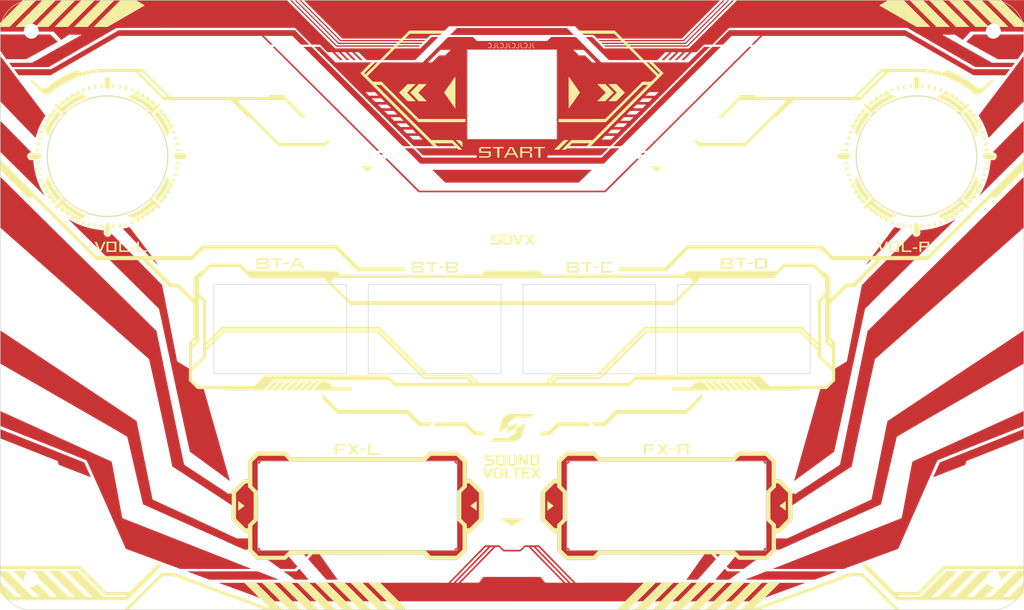
<source format=kicad_pcb>
(kicad_pcb (version 20221018) (generator pcbnew)
  (layers (0 "F.Cu" signal) (31 "B.Cu" signal) (34 "B.Paste" user) (35 "F.Paste" user) (36 "B.SilkS" user "B.Silkscreen") (37 "F.SilkS" user "F.Silkscreen") (38 "B.Mask" user) (39 "F.Mask" user) (44 "Edge.Cuts" user))
  (net 0 "")
  (footprint "Graphics:SDVX-Pico-Plate_F.Mask" (layer "F.Cu") (at 148.14 89.09)
    (fp_text reference "G***" hide)
    (fp_text value "LOGO" hide)
  )
  (footprint "Graphics:SDVX-Pico-Plate_SilkScreen" (layer "F.Cu") (at 148.14 89.09)
    (fp_text reference "G***" hide)
    (fp_text value "LOGO" hide)
  )
  (footprint "Graphics:SDVX-Pico-Plate_B.Mask" (layer "F.Cu") (at 148.14 89.09)
    (fp_text reference "G***" hide)
    (fp_text value "LOGO" hide)
  )
  (footprint "Graphics:SDVX-Pico-Plate_EDGES-CUT_1mm" (layer "F.Cu") (at 148.138659 89.086635)
    (fp_text reference "G***" hide)
    (fp_text value "SDVX-Pico-Plate_EDGES-CUT_1mm")
    (fp_line (start -110.46 -59.213171) (end -110.460007 59.33) (stroke (width 0.12)) (layer "Edge.Cuts"))
    (fp_line (start -103.96 65.829999) (end 103.893804 65.83) (stroke (width 0.12)) (layer "Edge.Cuts"))
    (fp_line (start 103.86 -65.84) (end -103.89 -65.84) (stroke (width 0.12)) (layer "Edge.Cuts"))
    (fp_line (start 110.48 59.34) (end 110.48 -59.24) (stroke (width 0.12)) (layer "Edge.Cuts"))
    (fp_rect (start -64.36 -4.43) (end -35.7 14.87) (stroke (width 0.12)) (fill none) (layer "Edge.Cuts"))
    (fp_rect (start -54.87 33.73) (end -11.87 53.03) (stroke (width 0.12)) (fill none) (layer "Edge.Cuts"))
    (fp_rect (start -31.03 -4.43) (end -2.37 14.87) (stroke (width 0.12)) (fill none) (layer "Edge.Cuts"))
    (fp_rect (start -9.65 -55.16) (end 9.65 -35.85) (stroke (width 0.12)) (fill none) (layer "Edge.Cuts"))
    (fp_rect (start 2.37 -4.43) (end 31.03 14.87) (stroke (width 0.12)) (fill none) (layer "Edge.Cuts"))
    (fp_rect (start 11.87 33.73) (end 54.87 53.03) (stroke (width 0.12)) (fill none) (layer "Edge.Cuts"))
    (fp_rect (start 35.7 -4.43) (end 64.36 14.87) (stroke (width 0.12)) (fill none) (layer "Edge.Cuts"))
    (fp_arc (start -110.46 -59.213171) (mid -108.523279 -63.863302) (end -103.89 -65.84) (stroke (width 0.12)) (layer "Edge.Cuts"))
    (fp_arc (start -103.96 65.829999) (mid -108.556198 63.926196) (end -110.460007 59.33) (stroke (width 0.12)) (layer "Edge.Cuts"))
    (fp_arc (start 103.86 -65.84) (mid 108.506804 -63.880855) (end 110.48 -59.24) (stroke (width 0.12)) (layer "Edge.Cuts"))
    (fp_arc (start 110.48 59.34) (mid 108.518174 63.936004) (end 103.893804 65.83) (stroke (width 0.12)) (layer "Edge.Cuts"))
    (fp_circle (center -87.33 -32.16) (end -97.38 -40.47) (stroke (width 0.12)) (fill none) (layer "Edge.Cuts"))
    (fp_circle (center 87.33 -32.16) (end 96.39 -41.57) (stroke (width 0.12)) (fill none) (layer "Edge.Cuts"))
    (pad "" np_thru_hole circle locked (at -103.78 -59.16) (size 3.2 3.2) (drill 3.2) (layers "*.Cu" "*.Mask"))
    (pad "" np_thru_hole circle locked (at -103.78 -59.16) (size 3.2 3.2) (drill 3.2) (layers "*.Cu" "*.Mask"))
    (pad "" np_thru_hole circle locked (at -103.77863 59.25) (size 3.2 3.2) (drill 3.2) (layers "*.Cu" "*.Mask"))
    (pad "" np_thru_hole circle locked (at -103.77863 59.25) (size 3.2 3.2) (drill 3.2) (layers "*.Cu" "*.Mask"))
    (pad "" np_thru_hole circle locked (at 103.9 -59.16) (size 3.2 3.2) (drill 3.2) (layers "*.Cu" "*.Mask"))
    (pad "" np_thru_hole circle locked (at 103.9 -59.16) (size 3.2 3.2) (drill 3.2) (layers "*.Cu" "*.Mask"))
    (pad "" np_thru_hole circle locked (at 103.90137 59.25) (size 3.2 3.2) (drill 3.2) (layers "*.Cu" "*.Mask"))
    (pad "" np_thru_hole circle locked (at 103.90137 59.25) (size 3.2 3.2) (drill 3.2) (layers "*.Cu" "*.Mask"))
  )
  (footprint "Graphics:SDVX-Pico-Plate_F.Cu" (layer "F.Cu") (at 148.14 89.09)
    (fp_text reference "G***" hide)
    (fp_text value "LOGO" hide)
    (fp_poly (pts (xy 14.401066 -26.446105) (xy -14.401065 -26.446105) (xy -15.812176 -27.834903) (xy -17.223288 -29.223701) (xy 17.223288 -29.223701)) (fill solid) (layer "F.Cu"))
    (fp_poly (pts (xy -32.552207 -45.058904) (xy -21.823949 -34.330594) (xy -23.602335 -34.330594) (xy -34.330593 -45.058904) (xy -45.058852 -55.787215) (xy -43.280465 -55.787215)) (fill solid) (layer "F.Cu"))
    (fp_poly (pts (xy 12.603349 -59.092694) (xy 13.356486 -58.338813) (xy -13.356486 -58.338813) (xy -12.603348 -59.092694) (xy -11.850211 -59.846575) (xy 11.850211 -59.846575)) (fill solid) (layer "F.Cu"))
    (fp_poly (pts (xy 34.330594 -45.058904) (xy 23.602335 -34.330594) (xy 21.823949 -34.330594) (xy 32.552207 -45.058904) (xy 43.280465 -55.787215) (xy 45.058852 -55.787215)) (fill solid) (layer "F.Cu"))
    (fp_poly (pts (xy -37.82949 -56.096499) (xy -19.856369 -56.096499) (xy -19.987519 -55.961187) (xy -20.118668 -55.825875) (xy -37.906809 -55.825875) (xy -42.932572 -60.85175) (xy -47.958336 -65.877625) (xy -47.610388 -65.877625)) (fill solid) (layer "F.Cu"))
    (fp_poly (pts (xy -42.004718 -61.277017) (xy -37.404231 -56.676408) (xy -19.276461 -56.676408) (xy -19.40761 -56.541096) (xy -19.53876 -56.405784) (xy -37.481549 -56.405784) (xy -42.217351 -61.141705) (xy -46.953154 -65.877625) (xy -46.605205 -65.877625)) (fill solid) (layer "F.Cu"))
    (fp_poly (pts (xy -41.289498 -61.566971) (xy -36.978973 -57.256317) (xy -18.696552 -57.256317) (xy -18.827702 -57.121004) (xy -18.958851 -56.985692) (xy -37.05629 -56.985692) (xy -41.502131 -61.431659) (xy -45.947971 -65.877625) (xy -45.600022 -65.877625)) (fill solid) (layer "F.Cu"))
    (fp_poly (pts (xy 41.502131 -61.431659) (xy 37.056291 -56.985692) (xy 18.958851 -56.985692) (xy 18.827702 -57.121004) (xy 18.696552 -57.256317) (xy 36.978973 -57.256317) (xy 41.289498 -61.566971) (xy 45.600022 -65.877625) (xy 45.947971 -65.877625)) (fill solid) (layer "F.Cu"))
    (fp_poly (pts (xy 42.217352 -61.141705) (xy 37.481549 -56.405784) (xy 19.53876 -56.405784) (xy 19.40761 -56.541096) (xy 19.276461 -56.676408) (xy 37.404232 -56.676408) (xy 42.004719 -61.277017) (xy 46.605206 -65.877625) (xy 46.953154 -65.877625)) (fill solid) (layer "F.Cu"))
    (fp_poly (pts (xy 42.932572 -60.85175) (xy 37.906809 -55.825875) (xy 20.118669 -55.825875) (xy 19.987519 -55.961187) (xy 19.85637 -56.096499) (xy 37.829491 -56.096499) (xy 42.719939 -60.987062) (xy 47.610388 -65.877625) (xy 47.958336 -65.877625)) (fill solid) (layer "F.Cu"))
    (fp_poly (pts (xy -27.606798 -32.008637) (xy -27.578756 -31.993769) (xy -27.604323 -31.9545) (xy -27.622983 -31.933638) (xy -27.676776 -31.876823) (xy -27.700304 -31.856317) (xy -27.728337 -31.881328) (xy -27.777625 -31.933638) (xy -27.818622 -31.983826) (xy -27.810012 -32.00561) (xy -27.739942 -32.010843) (xy -27.700304 -32.010959)) (fill solid) (layer "F.Cu"))
    (fp_poly (pts (xy 27.793811 -32.008637) (xy 27.821853 -31.993769) (xy 27.796286 -31.9545) (xy 27.777626 -31.933638) (xy 27.723833 -31.876823) (xy 27.700305 -31.856317) (xy 27.672272 -31.881328) (xy 27.622983 -31.933638) (xy 27.581987 -31.983826) (xy 27.590597 -32.00561) (xy 27.660667 -32.010843) (xy 27.700305 -32.010959)) (fill solid) (layer "F.Cu"))
    (fp_poly (pts (xy -28.317991 -32.859384) (xy -28.22876 -32.845029) (xy -28.156058 -32.80638) (xy -28.072355 -32.731389) (xy -28.009589 -32.668189) (xy -27.819193 -32.474886) (xy -28.070486 -32.474886) (xy -28.203774 -32.476993) (xy -28.293005 -32.491348) (xy -28.365708 -32.529997) (xy -28.44941 -32.604988) (xy -28.512176 -32.668189) (xy -28.702573 -32.861492) (xy -28.451279 -32.861492)) (fill solid) (layer "F.Cu"))
    (fp_poly (pts (xy 28.512177 -32.668189) (xy 28.410022 -32.567257) (xy 28.334467 -32.509493) (xy 28.257981 -32.482851) (xy 28.153038 -32.475283) (xy 28.070487 -32.474886) (xy 27.819193 -32.474886) (xy 28.009589 -32.668189) (xy 28.111743 -32.769121) (xy 28.187299 -32.826884) (xy 28.263784 -32.853526) (xy 28.368727 -32.861094) (xy 28.451279 -32.861492) (xy 28.702573 -32.861492)) (fill solid) (layer "F.Cu"))
    (fp_poly (pts (xy 40.78691 -61.721613) (xy 36.631033 -57.565601) (xy 18.381654 -57.565601) (xy 17.611344 -58.338813) (xy 15.48297 -58.338813) (xy 14.536378 -59.285997) (xy 13.589785 -60.233181) (xy -13.589785 -60.233181) (xy -14.536377 -59.285997) (xy -15.48297 -58.338813) (xy -17.611344 -58.338813) (xy -18.381654 -57.565601) (xy -36.631033 -57.565601) (xy -44.942787 -65.877625) (xy 44.942788 -65.877625)) (fill solid) (layer "F.Cu"))
    (fp_poly (pts (xy 46.225168 57.232308) (xy 46.502238 57.525969) (xy 49.297286 57.546271) (xy 48.080918 58.445129) (xy 46.86455 59.343988) (xy 45.389562 59.343988) (xy 45.012906 59.34381) (xy 44.706595 59.343063) (xy 44.463655 59.341423) (xy 44.277111 59.338568) (xy 44.139988 59.334177) (xy 44.045311 59.327927) (xy 43.986105 59.319496) (xy 43.955395 59.308562) (xy 43.946206 59.294802) (xy 43.951563 59.277895) (xy 43.951744 59.27757) (xy 43.984621 59.23425) (xy 44.062394 59.139255) (xy 44.179336 58.99936) (xy 44.329721 58.821336) (xy 44.507824 58.611956) (xy 44.70792 58.377993) (xy 44.924281 58.126219) (xy 44.968506 58.074899) (xy 45.948098 56.938646)) (fill solid) (layer "F.Cu"))
    (fp_poly (pts (xy 51.68472 -55.767884) (xy 40.431853 -44.556317) (xy 29.178987 -33.344749) (xy 28.666819 -33.326005) (xy 36.76621 -41.405849) (xy 37.470472 -42.108351) (xy 38.181528 -42.817512) (xy 38.895978 -43.529948) (xy 39.610423 -44.242271) (xy 40.321465 -44.951096) (xy 41.025705 -45.653038) (xy 41.719742 -46.344709) (xy 42.400178 -47.022724) (xy 43.063613 -47.683698) (xy 43.70665 -48.324244) (xy 44.325887 -48.940975) (xy 44.917927 -49.530507) (xy 45.47937 -50.089453) (xy 46.006816 -50.614428) (xy 46.496868 -51.102045) (xy 46.946124 -51.548918) (xy 47.351188 -51.951661) (xy 47.708658 -52.306889) (xy 48.015137 -52.611215) (xy 48.042503 -52.638374) (xy 51.219404 -55.791056)) (fill solid) (layer "F.Cu"))
    (fp_poly (pts (xy -44.968505 58.074899) (xy -44.749605 58.329392) (xy -44.545838 58.567415) (xy -44.362931 58.782195) (xy -44.206608 58.966959) (xy -44.082597 59.114933) (xy -43.996623 59.219346) (xy -43.954412 59.273424) (xy -43.951744 59.27757) (xy -43.946199 59.294501) (xy -43.955037 59.308277) (xy -43.985221 59.319209) (xy -44.043713 59.327612) (xy -44.137478 59.333796) (xy -44.273476 59.338076) (xy -44.458672 59.340762) (xy -44.700027 59.342169) (xy -45.004504 59.342609) (xy -45.379066 59.342393) (xy -45.395263 59.342376) (xy -46.875951 59.340764) (xy -48.086544 58.443517) (xy -49.297137 57.546271) (xy -47.899688 57.53612) (xy -46.502238 57.525969) (xy -46.225168 57.232308) (xy -45.948097 56.938646)) (fill solid) (layer "F.Cu"))
    (fp_poly (pts (xy -48.042503 -52.638374) (xy -47.741229 -52.339248) (xy -47.388623 -51.988891) (xy -46.988084 -51.590688) (xy -46.543013 -51.148027) (xy -46.056809 -50.664293) (xy -45.532871 -50.142872) (xy -44.974599 -49.587151) (xy -44.385393 -49.000514) (xy -43.768653 -48.386349) (xy -43.127777 -47.748041) (xy -42.466166 -47.088976) (xy -41.787219 -46.412541) (xy -41.094336 -45.72212) (xy -40.390916 -45.021102) (xy -39.680359 -44.31287) (xy -38.966065 -43.600812) (xy -38.251433 -42.888313) (xy -37.539863 -42.17876) (xy -36.834754 -41.475538) (xy -36.76621 -41.407171) (xy -28.666819 -33.32865) (xy -28.918113 -33.32874) (xy -29.169406 -33.328831) (xy -40.427038 -44.548358) (xy -51.684669 -55.767884) (xy -51.452037 -55.77947) (xy -51.219404 -55.791056)) (fill solid) (layer "F.Cu"))
    (fp_poly (pts (xy 27.34597 -31.513274) (xy 20.161492 -24.359838) (xy -20.161492 -24.359838) (xy -27.34597 -31.513274) (xy -27.105338 -31.753906) (xy -25.605104 -30.280503) (xy -25.310817 -29.990872) (xy -24.971514 -29.655888) (xy -24.596719 -29.285009) (xy -24.195954 -28.887692) (xy -23.778741 -28.473395) (xy -23.354605 -28.051576) (xy -22.933066 -27.631692) (xy -22.523648 -27.223202) (xy -22.135873 -26.835562) (xy -22.055997 -26.755605) (xy -20.007123 -24.70411) (xy 20.007123 -24.70411) (xy 22.055997 -26.755605) (xy 22.437855 -27.137508) (xy 22.843411 -27.542301) (xy 23.263141 -27.960528) (xy 23.687523 -28.382729) (xy 24.107034 -28.799448) (xy 24.512152 -29.201227) (xy 24.893354 -29.578608) (xy 25.241117 -29.922134) (xy 25.545919 -30.222347) (xy 25.605104 -30.280503) (xy 27.105338 -31.753906)) (fill solid) (layer "F.Cu"))
    (fp_poly (pts (xy -52.688849 58.39708) (xy -52.293951 58.552158) (xy -51.919074 58.699537) (xy -51.570647 58.836679) (xy -51.255096 58.961047) (xy -50.978852 59.070102) (xy -50.748343 59.161307) (xy -50.569995 59.232123) (xy -50.450239 59.280012) (xy -50.395501 59.302437) (xy -50.394064 59.303083) (xy -50.422886 59.307357) (xy -50.526986 59.31141) (xy -50.704322 59.315232) (xy -50.952851 59.318812) (xy -51.27053 59.322141) (xy -51.655317 59.325208) (xy -52.105169 59.328004) (xy -52.618044 59.330518) (xy -53.191899 59.332741) (xy -53.824692 59.334663) (xy -54.514379 59.336273) (xy -55.258918 59.337561) (xy -56.056267 59.338519) (xy -56.904383 59.339135) (xy -57.801223 59.339399) (xy -57.816895 59.3394) (xy -65.317047 59.340046) (xy -67.740235 58.443159) (xy -70.163423 57.546271) (xy -54.906313 57.526749)) (fill solid) (layer "F.Cu"))
    (fp_poly (pts (xy 70.163383 57.546271) (xy 67.728851 58.445129) (xy 65.294318 59.343988) (xy 57.805531 59.341371) (xy 56.908038 59.340876) (xy 56.059346 59.340042) (xy 55.261493 59.338878) (xy 54.516514 59.337396) (xy 53.826447 59.335606) (xy 53.193329 59.333519) (xy 52.619196 59.331145) (xy 52.106086 59.328495) (xy 51.656035 59.325579) (xy 51.271081 59.322407) (xy 50.953261 59.318991) (xy 50.70461 59.315341) (xy 50.527167 59.311466) (xy 50.422968 59.307379) (xy 50.394051 59.303089) (xy 50.394064 59.303083) (xy 50.443031 59.282919) (xy 50.557559 59.237076) (xy 50.731219 59.168093) (xy 50.957583 59.078508) (xy 51.230223 58.970859) (xy 51.54271 58.847683) (xy 51.888617 58.711519) (xy 52.261514 58.564904) (xy 52.654973 58.410377) (xy 52.688849 58.39708) (xy 54.906313 57.526749)) (fill solid) (layer "F.Cu"))
    (fp_poly (pts (xy -99.686301 -58.453892) (xy -98.862409 -57.675754) (xy -98.654786 -57.477716) (xy -98.468468 -57.296243) (xy -98.310134 -57.138146) (xy -98.186468 -57.010237) (xy -98.104148 -56.919327) (xy -98.069856 -56.872228) (xy -98.069867 -56.86772) (xy -98.107454 -56.845288) (xy -98.208225 -56.788199) (xy -98.367582 -56.698997) (xy -98.580927 -56.580227) (xy -98.843662 -56.434434) (xy -99.151188 -56.264161) (xy -99.498906 -56.071955) (xy -99.882218 -55.86036) (xy -100.296526 -55.63192) (xy -100.737231 -55.389179) (xy -101.199736 -55.134684) (xy -101.483378 -54.978729) (xy -104.865537 -53.119635) (xy -109.173538 -53.119635) (xy -109.271454 -53.248009) (xy -109.320071 -53.314315) (xy -109.405786 -53.433916) (xy -109.521438 -53.596705) (xy -109.659865 -53.792579) (xy -109.813905 -54.01143) (xy -109.949584 -54.204858) (xy -110.529799 -55.033333) (xy -110.530196 -56.744064) (xy -110.530593 -58.454794)) (fill solid) (layer "F.Cu"))
    (fp_poly (pts (xy 110.530196 -56.744064) (xy 110.529799 -55.033333) (xy 109.949584 -54.204858) (xy 109.787984 -53.974546) (xy 109.636005 -53.758756) (xy 109.500807 -53.567595) (xy 109.389555 -53.411168) (xy 109.309408 -53.299579) (xy 109.271454 -53.248009) (xy 109.173538 -53.119635) (xy 104.865538 -53.119635) (xy 101.483378 -54.978729) (xy 101.010085 -55.239011) (xy 100.555856 -55.489051) (xy 100.125288 -55.726306) (xy 99.722979 -55.948231) (xy 99.353529 -56.15228) (xy 99.021535 -56.33591) (xy 98.731596 -56.496574) (xy 98.48831 -56.63173) (xy 98.296277 -56.738831) (xy 98.160093 -56.815333) (xy 98.084359 -56.858692) (xy 98.069868 -56.86772) (xy 98.088864 -56.900731) (xy 98.15784 -56.979543) (xy 98.270116 -57.097344) (xy 98.41901 -57.247325) (xy 98.597842 -57.422671) (xy 98.79993 -57.616574) (xy 98.862409 -57.675754) (xy 99.686301 -58.453892) (xy 105.108448 -58.454343) (xy 110.530594 -58.454794)) (fill solid) (layer "F.Cu"))
    (fp_poly (pts (xy -45.310198 -57.816895) (xy -43.744802 -56.251141) (xy -45.523423 -56.251141) (xy -46.470015 -57.198326) (xy -47.416607 -58.14551) (xy -53.563639 -58.14551) (xy -52.617047 -57.198326) (xy -51.670455 -56.251141) (xy -52.173042 -56.251141) (xy -53.119635 -57.198326) (xy -54.066227 -58.14551) (xy -84.895504 -58.14551) (xy -91.981618 -54.055299) (xy -92.669918 -53.658046) (xy -93.342784 -53.269789) (xy -93.996958 -52.892401) (xy -94.629186 -52.527759) (xy -95.236212 -52.177738) (xy -95.814779 -51.844213) (xy -96.361632 -51.529058) (xy -96.873516 -51.234149) (xy -97.347173 -50.961362) (xy -97.77935 -50.712571) (xy -98.166789 -50.489651) (xy -98.506235 -50.294478) (xy -98.794432 -50.128926) (xy -99.028125 -49.994871) (xy -99.204057 -49.894189) (xy -99.318973 -49.828753) (xy -99.36553 -49.802636) (xy -99.663329 -49.640183) (xy -106.507512 -49.640183) (xy -106.850046 -50.094444) (xy -106.986203 -50.276031) (xy -107.118912 -50.454811) (xy -107.23478 -50.612629) (xy -107.320418 -50.731328) (xy -107.334773 -50.751674) (xy -107.476965 -50.954642) (xy -103.484982 -50.954661) (xy -99.492998 -50.954679) (xy -92.194227 -55.168664) (xy -84.895455 -59.382648) (xy -46.875593 -59.382648)) (fill solid) (layer "F.Cu"))
    (fp_poly (pts (xy 92.194227 -55.168664) (xy 99.492999 -50.954679) (xy 103.484982 -50.954661) (xy 107.476965 -50.954642) (xy 107.334773 -50.751674) (xy 107.258228 -50.644862) (xy 107.148291 -50.494644) (xy 107.018351 -50.319177) (xy 106.8818 -50.136616) (xy 106.850046 -50.094444) (xy 106.507512 -49.640183) (xy 103.077576 -49.641361) (xy 99.647641 -49.642539) (xy 99.145053 -49.925191) (xy 99.061931 -49.972442) (xy 98.915296 -50.056386) (xy 98.708588 -50.175042) (xy 98.445247 -50.326426) (xy 98.128714 -50.508556) (xy 97.762429 -50.719447) (xy 97.34983 -50.957119) (xy 96.89436 -51.219587) (xy 96.399456 -51.50487) (xy 95.868561 -51.810983) (xy 95.305113 -52.135945) (xy 94.712552 -52.477773) (xy 94.094319 -52.834483) (xy 93.453854 -53.204093) (xy 92.794597 -53.58462) (xy 92.119987 -53.974081) (xy 91.769111 -54.176676) (xy 84.895755 -58.14551) (xy 54.066227 -58.14551) (xy 53.119635 -57.198326) (xy 52.173042 -56.251141) (xy 51.670455 -56.251141) (xy 52.617047 -57.198326) (xy 53.56364 -58.14551) (xy 47.416608 -58.14551) (xy 46.470015 -57.198326) (xy 45.523423 -56.251141) (xy 43.744803 -56.251141) (xy 45.310198 -57.816895) (xy 46.875593 -59.382648) (xy 84.895455 -59.382648)) (fill solid) (layer "F.Cu"))
    (fp_poly (pts (xy 110.522016 -36.508694) (xy 110.532768 -33.151446) (xy 108.800941 -31.43105) (xy 108.527071 -31.159113) (xy 108.204807 -30.839344) (xy 107.840743 -30.478272) (xy 107.441467 -30.082428) (xy 107.013573 -29.658342) (xy 106.56365 -29.212545) (xy 106.098291 -28.751566) (xy 105.624086 -28.281936) (xy 105.147626 -27.810185) (xy 104.675503 -27.342844) (xy 104.214308 -26.886443) (xy 103.969213 -26.643952) (xy 100.86931 -23.577249) (xy 101.159729 -24.073023) (xy 101.687241 -25.049428) (xy 102.143662 -26.05619) (xy 102.528934 -27.093119) (xy 102.842997 -28.160025) (xy 103.085792 -29.256718) (xy 103.25726 -30.383008) (xy 103.320814 -31.011068) (xy 103.345502 -31.306307) (xy 103.724134 -31.321515) (xy 103.907928 -31.331259) (xy 104.036101 -31.346156) (xy 104.130354 -31.371073) (xy 104.212389 -31.41088) (xy 104.262164 -31.442208) (xy 104.455536 -31.612557) (xy 104.583148 -31.822986) (xy 104.642591 -32.064431) (xy 104.634858 -32.319496) (xy 104.559489 -32.542445) (xy 104.421575 -32.727423) (xy 104.226203 -32.868578) (xy 103.978463 -32.960054) (xy 103.842686 -32.984567) (xy 103.8337 -32.991825) (xy 103.838668 -33.011578) (xy 103.860184 -33.046547) (xy 103.900844 -33.099457) (xy 103.963246 -33.173029) (xy 104.049983 -33.269987) (xy 104.163653 -33.393052) (xy 104.30685 -33.544949) (xy 104.482172 -33.7284) (xy 104.692213 -33.946127) (xy 104.93957 -34.200853) (xy 105.226839 -34.495302) (xy 105.556615 -34.832195) (xy 105.931494 -35.214256) (xy 106.354073 -35.644208) (xy 106.826946 -36.124773) (xy 107.128835 -36.431373) (xy 110.511263 -39.865942)) (fill solid) (layer "F.Cu"))
    (fp_poly (pts (xy -110.47654 -53.814144) (xy -110.448286 -53.778183) (xy -110.375652 -53.683404) (xy -110.260833 -53.532708) (xy -110.106026 -53.328996) (xy -109.913426 -53.075169) (xy -109.685228 -52.774129) (xy -109.423628 -52.428777) (xy -109.130822 -52.042014) (xy -108.809005 -51.616742) (xy -108.460373 -51.155861) (xy -108.087121 -50.662273) (xy -107.691445 -50.138879) (xy -107.275541 -49.58858) (xy -106.841604 -49.014278) (xy -106.391829 -48.418874) (xy -105.928413 -47.805268) (xy -105.585089 -47.350587) (xy -100.747691 -40.94364) (xy -101.032449 -40.469004) (xy -101.537355 -39.571627) (xy -101.972149 -38.67726) (xy -102.342427 -37.773191) (xy -102.653783 -36.846709) (xy -102.70856 -36.660785) (xy -102.762851 -36.47593) (xy -102.811065 -36.318466) (xy -102.848567 -36.20306) (xy -102.870721 -36.144378) (xy -102.872966 -36.140662) (xy -102.901852 -36.164923) (xy -102.981221 -36.241897) (xy -103.108052 -36.368479) (xy -103.279321 -36.541564) (xy -103.492007 -36.758045) (xy -103.743087 -37.014818) (xy -104.029539 -37.308777) (xy -104.348339 -37.636817) (xy -104.696467 -37.995832) (xy -105.0709 -38.382717) (xy -105.468615 -38.794367) (xy -105.886591 -39.227676) (xy -106.321804 -39.679539) (xy -106.710865 -40.084041) (xy -110.5266 -44.053729) (xy -110.528597 -48.962242) (xy -110.5288 -49.688602) (xy -110.528762 -50.341334) (xy -110.528443 -50.92413) (xy -110.527803 -51.440683) (xy -110.526802 -51.894685) (xy -110.525402 -52.289829) (xy -110.523561 -52.629807) (xy -110.521242 -52.918312) (xy -110.518404 -53.159037) (xy -110.515007 -53.355674) (xy -110.511012 -53.511915) (xy -110.506379 -53.631453) (xy -110.501069 -53.717981) (xy -110.495042 -53.775192) (xy -110.488259 -53.806777) (xy -110.480679 -53.816429)) (fill solid) (layer "F.Cu"))
    (fp_poly (pts (xy 110.491717 -53.794098) (xy 110.498121 -53.750278) (xy 110.503788 -53.679003) (xy 110.508757 -53.576581) (xy 110.513069 -53.439319) (xy 110.516763 -53.263524) (xy 110.519879 -53.045504) (xy 110.522455 -52.781567) (xy 110.524533 -52.468019) (xy 110.526151 -52.101169) (xy 110.527349 -51.677324) (xy 110.528166 -51.192791) (xy 110.528643 -50.643877) (xy 110.528819 -50.026891) (xy 110.528734 -49.33814) (xy 110.528604 -48.962242) (xy 110.526614 -44.053729) (xy 107.160764 -40.554947) (xy 106.730612 -40.107764) (xy 106.309035 -39.669414) (xy 105.899844 -39.243864) (xy 105.506848 -38.835079) (xy 105.133858 -38.447024) (xy 104.784684 -38.083667) (xy 104.463136 -37.748972) (xy 104.173024 -37.446905) (xy 103.918159 -37.181433) (xy 103.70235 -36.956521) (xy 103.529408 -36.776135) (xy 103.403143 -36.644241) (xy 103.337051 -36.574994) (xy 103.147012 -36.379494) (xy 103.004562 -36.242383) (xy 102.910164 -36.164072) (xy 102.86428 -36.144976) (xy 102.860365 -36.149728) (xy 102.842869 -36.206537) (xy 102.808595 -36.321576) (xy 102.762285 -36.478808) (xy 102.708682 -36.662199) (xy 102.701576 -36.686607) (xy 102.40091 -37.613238) (xy 102.04476 -38.512562) (xy 101.626946 -39.398583) (xy 101.141287 -40.285305) (xy 101.032449 -40.469004) (xy 100.747691 -40.94364) (xy 105.585089 -47.350587) (xy 106.057024 -47.975576) (xy 106.51691 -48.584468) (xy 106.96255 -49.174361) (xy 107.39175 -49.742354) (xy 107.802313 -50.285547) (xy 108.192044 -50.801037) (xy 108.558747 -51.285924) (xy 108.900228 -51.737307) (xy 109.214289 -52.152283) (xy 109.498737 -52.527953) (xy 109.751374 -52.861414) (xy 109.970006 -53.149766) (xy 110.152437 -53.390107) (xy 110.296471 -53.579536) (xy 110.399914 -53.715151) (xy 110.460568 -53.794052) (xy 110.47654 -53.814144) (xy 110.484537 -53.814156)) (fill solid) (layer "F.Cu"))
    (fp_poly (pts (xy -82.540032 -16.82933) (xy -82.507455 -16.788056) (xy -82.42864 -16.685325) (xy -82.303835 -16.521463) (xy -82.133287 -16.296799) (xy -81.917246 -16.011661) (xy -81.655958 -15.666378) (xy -81.349673 -15.261277) (xy -80.998637 -14.796686) (xy -80.603101 -14.272934) (xy -80.163311 -13.690349) (xy -79.679516 -13.049259) (xy -79.151963 -12.349991) (xy -79.036869 -12.197412) (xy -78.590513 -11.60517) (xy -78.190108 -11.072826) (xy -77.834569 -10.598913) (xy -77.522811 -10.18196) (xy -77.253749 -9.820498) (xy -77.026298 -9.513058) (xy -76.839373 -9.25817) (xy -76.691889 -9.054364) (xy -76.582761 -8.900171) (xy -76.510904 -8.794122) (xy -76.475233 -8.734747) (xy -76.470624 -8.721893) (xy -76.478751 -8.70325) (xy -76.506556 -8.710363) (xy -76.559178 -8.747878) (xy -76.641754 -8.82044) (xy -76.759423 -8.932697) (xy -76.917322 -9.089293) (xy -77.12059 -9.294875) (xy -77.248165 -9.424968) (xy -77.401945 -9.582642) (xy -77.595019 -9.781515) (xy -77.823526 -10.01756) (xy -78.083607 -10.286753) (xy -78.371399 -10.585067) (xy -78.683044 -10.908477) (xy -79.01468 -11.252956) (xy -79.362446 -11.61448) (xy -79.722482 -11.989022) (xy -80.090927 -12.372556) (xy -80.463921 -12.761056) (xy -80.837603 -13.150498) (xy -81.208113 -13.536854) (xy -81.571589 -13.916099) (xy -81.924172 -14.284208) (xy -82.262001 -14.637154) (xy -82.581214 -14.970912) (xy -82.877952 -15.281456) (xy -83.148354 -15.564761) (xy -83.388559 -15.816799) (xy -83.594707 -16.033546) (xy -83.762936 -16.210976) (xy -83.889387 -16.345062) (xy -83.970199 -16.43178) (xy -84.001512 -16.467103) (xy -84.001749 -16.467545) (xy -83.97499 -16.493101) (xy -83.893902 -16.519124) (xy -83.847107 -16.528395) (xy -83.749771 -16.548655) (xy -83.596557 -16.585223) (xy -83.406025 -16.633476) (xy -83.196729 -16.688791) (xy -83.12449 -16.708413) (xy -82.927948 -16.759711) (xy -82.758027 -16.799374) (xy -82.628453 -16.824563) (xy -82.552952 -16.832438)) (fill solid) (layer "F.Cu"))
    (fp_poly (pts (xy 82.691035 -16.813234) (xy 82.843632 -16.780046) (xy 83.029325 -16.733883) (xy 83.12449 -16.708413) (xy 83.335939 -16.651749) (xy 83.534944 -16.600572) (xy 83.702947 -16.559507) (xy 83.821392 -16.533175) (xy 83.847107 -16.528395) (xy 83.9449 -16.504941) (xy 83.998172 -16.478095) (xy 84.001749 -16.467545) (xy 83.974021 -16.435943) (xy 83.896524 -16.352667) (xy 83.77312 -16.221743) (xy 83.60767 -16.047195) (xy 83.404032 -15.833051) (xy 83.16607 -15.583335) (xy 82.897642 -15.302074) (xy 82.602609 -14.993293) (xy 82.284833 -14.661018) (xy 81.948174 -14.309275) (xy 81.596491 -13.94209) (xy 81.233647 -13.563488) (xy 80.863502 -13.177496) (xy 80.489915 -12.788139) (xy 80.116748 -12.399443) (xy 79.747862 -12.015433) (xy 79.387117 -11.640136) (xy 79.038373 -11.277578) (xy 78.705491 -10.931784) (xy 78.392333 -10.606779) (xy 78.102757 -10.306591) (xy 77.840626 -10.035244) (xy 77.609799 -9.796764) (xy 77.414138 -9.595178) (xy 77.257502 -9.434511) (xy 77.248165 -9.424968) (xy 77.01883 -9.191605) (xy 76.837581 -9.009685) (xy 76.699279 -8.874561) (xy 76.598786 -8.781587) (xy 76.530964 -8.726118) (xy 76.490676 -8.703507) (xy 76.472784 -8.70911) (xy 76.470624 -8.721893) (xy 76.488076 -8.757795) (xy 76.541154 -8.839615) (xy 76.630945 -8.96882) (xy 76.758532 -9.146882) (xy 76.925001 -9.375269) (xy 77.131438 -9.65545) (xy 77.378926 -9.988897) (xy 77.668551 -10.377077) (xy 78.001398 -10.82146) (xy 78.378553 -11.323517) (xy 78.8011 -11.884716) (xy 79.03687 -12.197412) (xy 79.573483 -12.908728) (xy 80.066392 -13.561935) (xy 80.515346 -14.156704) (xy 80.920099 -14.692709) (xy 81.280402 -15.16962) (xy 81.596007 -15.58711) (xy 81.866666 -15.944851) (xy 82.09213 -16.242514) (xy 82.272152 -16.479771) (xy 82.406483 -16.656295) (xy 82.494875 -16.771756) (xy 82.537081 -16.825828) (xy 82.540032 -16.82933) (xy 82.585259 -16.830609)) (fill solid) (layer "F.Cu"))
    (fp_poly (pts (xy -110.48931 -39.83205) (xy -110.410116 -39.753236) (xy -110.283228 -39.625921) (xy -110.111916 -39.453411) (xy -109.899448 -39.239012) (xy -109.649093 -38.986031) (xy -109.364119 -38.697773) (xy -109.047796 -38.377546) (xy -108.703392 -38.028656) (xy -108.334175 -37.654409) (xy -107.943415 -37.258111) (xy -107.534381 -36.843069) (xy -107.125448 -36.42793) (xy -106.622124 -35.916674) (xy -106.170618 -35.457627) (xy -105.768331 -35.048065) (xy -105.412667 -34.685264) (xy -105.101029 -34.366499) (xy -104.830819 -34.089047) (xy -104.599441 -33.850184) (xy -104.404297 -33.647184) (xy -104.242791 -33.477325) (xy -104.112324 -33.337881) (xy -104.010301 -33.22613) (xy -103.934124 -33.139345) (xy -103.881195 -33.074804) (xy -103.848919 -33.029783) (xy -103.834696 -33.001556) (xy -103.835932 -32.987401) (xy -103.842686 -32.984567) (xy -104.113715 -32.91897) (xy -104.334815 -32.800889) (xy -104.500896 -32.636179) (xy -104.60687 -32.430693) (xy -104.647647 -32.190287) (xy -104.642591 -32.064431) (xy -104.58095 -31.817683) (xy -104.451796 -31.608149) (xy -104.262164 -31.442208) (xy -104.177365 -31.3917) (xy -104.092756 -31.358865) (xy -103.986634 -31.338834) (xy -103.837301 -31.32674) (xy -103.724134 -31.321515) (xy -103.345502 -31.306307) (xy -103.320813 -31.011068) (xy -103.188396 -29.869146) (xy -102.984621 -28.756461) (xy -102.709601 -27.673368) (xy -102.363446 -26.620225) (xy -101.946268 -25.597387) (xy -101.458176 -24.605211) (xy -101.161393 -24.075875) (xy -101.060669 -23.903399) (xy -100.976079 -23.757525) (xy -100.914267 -23.649794) (xy -100.881877 -23.591745) (xy -100.878709 -23.584907) (xy -100.906364 -23.611864) (xy -100.986174 -23.690483) (xy -101.115361 -23.818012) (xy -101.291143 -23.991702) (xy -101.510741 -24.208801) (xy -101.771375 -24.46656) (xy -102.070265 -24.762227) (xy -102.404632 -25.093052) (xy -102.771695 -25.456286) (xy -103.168674 -25.849176) (xy -103.59279 -26.268972) (xy -104.041263 -26.712925) (xy -104.511312 -27.178283) (xy -105.000159 -27.662296) (xy -105.505022 -28.162214) (xy -105.707686 -28.362905) (xy -110.530593 -33.138948) (xy -110.530593 -36.499002) (xy -110.530447 -37.001314) (xy -110.530022 -37.480891) (xy -110.529339 -37.932182) (xy -110.528421 -38.349635) (xy -110.527288 -38.727697) (xy -110.525964 -39.060816) (xy -110.524468 -39.343442) (xy -110.522823 -39.570021) (xy -110.52105 -39.735001) (xy -110.51917 -39.832832) (xy -110.517541 -39.859056)) (fill solid) (layer "F.Cu"))
    (fp_poly (pts (xy 110.530594 -59.073364) (xy 98.978144 -59.073364) (xy 98.138543 -58.165607) (xy 97.298943 -57.25785) (xy 97.00419 -57.464759) (xy 96.866874 -57.560984) (xy 96.685632 -57.687751) (xy 96.479989 -57.831416) (xy 96.26947 -57.978334) (xy 96.174742 -58.044386) (xy 95.640047 -58.417104) (xy 92.888197 -58.396804) (xy 98.258939 -55.371732) (xy 103.62968 -52.346661) (xy 106.097514 -52.346542) (xy 106.526045 -52.346039) (xy 106.930576 -52.344629) (xy 107.304676 -52.342395) (xy 107.641909 -52.33942) (xy 107.935844 -52.335787) (xy 108.180047 -52.33158) (xy 108.368085 -52.326882) (xy 108.493523 -52.321778) (xy 108.54993 -52.316348) (xy 108.552461 -52.314734) (xy 108.525507 -52.273964) (xy 108.460391 -52.183863) (xy 108.365981 -52.056476) (xy 108.251143 -51.903846) (xy 108.210959 -51.850892) (xy 107.882344 -51.418738) (xy 103.938965 -51.421518) (xy 99.995586 -51.424297) (xy 93.210655 -55.345901) (xy 92.533289 -55.737392) (xy 91.869129 -56.121217) (xy 91.221665 -56.49536) (xy 90.594387 -56.857806) (xy 89.990785 -57.206538) (xy 89.414349 -57.539542) (xy 88.86857 -57.854801) (xy 88.356938 -58.1503) (xy 87.882943 -58.424024) (xy 87.450075 -58.673956) (xy 87.061825 -58.898081) (xy 86.721682 -59.094384) (xy 86.433138 -59.260849) (xy 86.199681 -59.395459) (xy 86.024803 -59.496201) (xy 85.911993 -59.561057) (xy 85.885258 -59.576371) (xy 85.344792 -59.885236) (xy 46.875643 -59.885236) (xy 45.058904 -58.068189) (xy 43.242166 -56.251141) (xy 41.46278 -56.251141) (xy 40.651598 -55.439269) (xy 39.840417 -54.627397) (xy 38.833892 -54.627397) (xy 37.984018 -53.776864) (xy 37.134145 -52.926332) (xy 36.554236 -52.926332) (xy 37.40411 -53.776864) (xy 38.253983 -54.627397) (xy 37.403451 -54.627397) (xy 36.553577 -53.776864) (xy 35.703703 -52.926332) (xy 35.123795 -52.926332) (xy 35.973668 -53.776864) (xy 36.823542 -54.627397) (xy 35.973009 -54.627397) (xy 35.123136 -53.776864) (xy 34.273262 -52.926332) (xy 33.693353 -52.926332) (xy 34.543227 -53.776864) (xy 35.393101 -54.627397) (xy 34.542568 -54.627397) (xy 33.692694 -53.776864) (xy 32.842821 -52.926332) (xy 32.262912 -52.926332) (xy 33.112785 -53.776864) (xy 33.962659 -54.627397) (xy 33.112126 -54.627397) (xy 32.262253 -53.776864) (xy 31.412379 -52.926332) (xy 20.895818 -52.926332) (xy 18.402435 -55.419939) (xy 15.909053 -57.913546) (xy 17.339723 -57.913546) (xy 18.576408 -56.676408) (xy 19.813093 -55.439269) (xy 38.177429 -55.439269) (xy 43.396499 -60.658447) (xy 48.61557 -65.877625) (xy 110.530594 -65.877625)) (fill solid) (layer "F.Cu"))
    (fp_poly (pts (xy -38.177428 -55.439269) (xy -19.813093 -55.439269) (xy -18.576408 -56.676408) (xy -17.339722 -57.913546) (xy -15.909053 -57.913546) (xy -18.402435 -55.419939) (xy -20.895818 -52.926332) (xy -31.412379 -52.926332) (xy -32.262253 -53.776864) (xy -33.112126 -54.627397) (xy -33.962659 -54.627397) (xy -33.112785 -53.776864) (xy -32.262912 -52.926332) (xy -32.84282 -52.926332) (xy -33.692694 -53.776864) (xy -34.542568 -54.627397) (xy -35.3931 -54.627397) (xy -34.543227 -53.776864) (xy -33.693353 -52.926332) (xy -34.273262 -52.926332) (xy -35.123135 -53.776864) (xy -35.973009 -54.627397) (xy -36.823542 -54.627397) (xy -35.973668 -53.776864) (xy -35.123794 -52.926332) (xy -35.703703 -52.926332) (xy -36.553577 -53.776864) (xy -37.40345 -54.627397) (xy -38.253983 -54.627397) (xy -37.404109 -53.776864) (xy -36.554236 -52.926332) (xy -37.134145 -52.926332) (xy -37.984018 -53.776864) (xy -38.833892 -54.627397) (xy -39.840416 -54.627397) (xy -41.46278 -56.251141) (xy -43.242165 -56.251141) (xy -45.058904 -58.068189) (xy -46.875643 -59.885236) (xy -66.101689 -59.885236) (xy -67.56214 -59.885223) (xy -68.947263 -59.885181) (xy -70.259052 -59.885103) (xy -71.499499 -59.884983) (xy -72.670599 -59.884813) (xy -73.774345 -59.884587) (xy -74.81273 -59.8843) (xy -75.787748 -59.883943) (xy -76.701392 -59.883512) (xy -77.555655 -59.882998) (xy -78.352531 -59.882396) (xy -79.094014 -59.881699) (xy -79.782096 -59.8809) (xy -80.418771 -59.879994) (xy -81.006033 -59.878973) (xy -81.545874 -59.87783) (xy -82.040289 -59.87656) (xy -82.49127 -59.875156) (xy -82.900812 -59.87361) (xy -83.270907 -59.871918) (xy -83.603548 -59.870071) (xy -83.90073 -59.868064) (xy -84.164446 -59.86589) (xy -84.396689 -59.863543) (xy -84.599452 -59.861015) (xy -84.774729 -59.8583) (xy -84.924513 -59.855393) (xy -85.050798 -59.852285) (xy -85.155577 -59.848972) (xy -85.240844 -59.845445) (xy -85.308591 -59.841699) (xy -85.360813 -59.837727) (xy -85.399502 -59.833522) (xy -85.426653 -59.829079) (xy -85.444258 -59.82439) (xy -85.450683 -59.821657) (xy -85.495551 -59.796463) (xy -85.604253 -59.734397) (xy -85.773669 -59.637257) (xy -86.000678 -59.506842) (xy -86.282159 -59.344952) (xy -86.614989 -59.153385) (xy -86.996049 -58.933939) (xy -87.422217 -58.688414) (xy -87.890372 -58.418609) (xy -88.397393 -58.126321) (xy -88.940158 -57.81335) (xy -89.515547 -57.481495) (xy -90.120438 -57.132555) (xy -90.75171 -56.768327) (xy -91.406242 -56.390612) (xy -92.080913 -56.001207) (xy -92.772602 -55.601912) (xy -92.796139 -55.588324) (xy -100.018647 -51.418569) (xy -103.950495 -51.418654) (xy -107.882344 -51.418738) (xy -108.210959 -51.850892) (xy -108.330521 -52.009125) (xy -108.432533 -52.146024) (xy -108.508128 -52.249546) (xy -108.548439 -52.307647) (xy -108.552461 -52.314734) (xy -108.517162 -52.320241) (xy -108.410975 -52.325448) (xy -108.240334 -52.330272) (xy -108.011672 -52.334629) (xy -107.731422 -52.338436) (xy -107.406018 -52.341609) (xy -107.041892 -52.344066) (xy -106.645479 -52.345722) (xy -106.223211 -52.346495) (xy -106.097514 -52.346542) (xy -103.62968 -52.346661) (xy -98.258939 -55.371732) (xy -92.888197 -58.396804) (xy -95.640047 -58.417104) (xy -96.174742 -58.044386) (xy -96.380832 -57.900635) (xy -96.591189 -57.753749) (xy -96.786287 -57.617371) (xy -96.946602 -57.505146) (xy -97.00419 -57.464759) (xy -97.298942 -57.25785) (xy -98.978144 -59.073364) (xy -110.530593 -59.073364) (xy -110.530593 -65.877625) (xy -48.61557 -65.877625)) (fill solid) (layer "F.Cu"))
    (fp_poly (pts (xy -110.346956 26.866117) (xy -110.294922 26.88678) (xy -110.174153 26.934691) (xy -109.987792 27.008602) (xy -109.738982 27.107268) (xy -109.430869 27.229441) (xy -109.066594 27.373876) (xy -108.649303 27.539326) (xy -108.182139 27.724544) (xy -107.668246 27.928284) (xy -107.110768 28.149301) (xy -106.512849 28.386346) (xy -105.877632 28.638175) (xy -105.208261 28.903541) (xy -104.507881 29.181196) (xy -103.779634 29.469895) (xy -103.026665 29.768392) (xy -102.252118 30.07544) (xy -101.459136 30.389792) (xy -101.271385 30.464219) (xy -100.476629 30.779338) (xy -99.700695 31.087123) (xy -98.946657 31.38635) (xy -98.217587 31.675795) (xy -97.51656 31.954235) (xy -96.846647 32.220445) (xy -96.210923 32.473201) (xy -95.612459 32.71128) (xy -95.054331 32.933458) (xy -94.53961 33.13851) (xy -94.07137 33.325213) (xy -93.652685 33.492342) (xy -93.286626 33.638675) (xy -92.976269 33.762986) (xy -92.724684 33.864053) (xy -92.534947 33.940651) (xy -92.41013 33.991556) (xy -92.353306 34.015544) (xy -92.350025 34.017242) (xy -92.328493 34.057626) (xy -92.279295 34.161192) (xy -92.205879 34.320336) (xy -92.111697 34.527457) (xy -92.000195 34.774952) (xy -91.874826 35.055218) (xy -91.739037 35.360652) (xy -91.68054 35.492776) (xy -91.507804 35.883379) (xy -91.36381 36.209111) (xy -91.246067 36.475833) (xy -91.152086 36.689405) (xy -91.079374 36.85569) (xy -91.025443 36.980547) (xy -90.987802 37.069839) (xy -90.963961 37.129427) (xy -90.951429 37.165172) (xy -90.947717 37.182934) (xy -90.950333 37.188577) (xy -90.956788 37.187959) (xy -90.960648 37.18714) (xy -90.999984 37.172783) (xy -91.106037 37.132437) (xy -91.273473 37.068164) (xy -91.496955 36.982031) (xy -91.77115 36.876099) (xy -92.090723 36.752434) (xy -92.450337 36.613098) (xy -92.844658 36.460157) (xy -93.268352 36.295673) (xy -93.716083 36.121712) (xy -94.003196 36.010083) (xy -94.474355 35.826867) (xy -94.932888 35.648589) (xy -95.372517 35.477689) (xy -95.786963 35.316605) (xy -96.169949 35.167778) (xy -96.515196 35.033647) (xy -96.816425 34.91665) (xy -97.067358 34.819228) (xy -97.261716 34.74382) (xy -97.393221 34.692865) (xy -97.431313 34.678141) (xy -97.843905 34.518919) (xy -97.921267 34.260449) (xy -97.968025 34.101482) (xy -98.011971 33.94751) (xy -98.039435 33.847336) (xy -98.061949 33.773773) (xy -98.09343 33.720978) (xy -98.149279 33.677416) (xy -98.2449 33.631546) (xy -98.395696 33.571833) (xy -98.419344 33.562763) (xy -98.568103 33.505477) (xy -98.769497 33.427512) (xy -99.004167 33.336386) (xy -99.252749 33.239615) (xy -99.454338 33.160951) (xy -99.675729 33.074568) (xy -99.876271 32.996534) (xy -100.043318 32.931753) (xy -100.164223 32.885127) (xy -100.226342 32.861562) (xy -100.227549 32.861123) (xy -100.393354 32.796462) (xy -100.618464 32.700599) (xy -100.639328 32.691461) (xy -100.73543 32.652023) (xy -100.799399 32.630738) (xy -100.807458 32.629528) (xy -100.857717 32.614627) (xy -100.944732 32.578219) (xy -100.956258 32.572918) (xy -100.982222 32.561179) (xy -101.017657 32.545848) (xy -101.065954 32.525581) (xy -101.130506 32.499034) (xy -101.214705 32.464864) (xy -101.321943 32.421728) (xy -101.455614 32.368282) (xy -101.619108 32.303182) (xy -101.815819 32.225085) (xy -102.049139 32.132647) (xy -102.32246 32.024526) (xy -102.639174 31.899377) (xy -103.002674 31.755857) (xy -103.416353 31.592622) (xy -103.883601 31.40833) (xy -104.407813 31.201636) (xy -104.992379 30.971196) (xy -105.640693 30.715669) (xy -106.356146 30.433709) (xy -106.674201 30.30837) (xy -110.530593 28.788666) (xy -110.530593 26.792909)) (fill solid) (layer "F.Cu"))
    (fp_poly (pts (xy 110.530594 28.788666) (xy 106.674201 30.30837) (xy 105.929832 30.601716) (xy 105.254013 30.868071) (xy 104.643353 31.108779) (xy 104.094457 31.325183) (xy 103.603936 31.518628) (xy 103.168395 31.690455) (xy 102.784442 31.842009) (xy 102.448686 31.974634) (xy 102.157734 32.089672) (xy 101.908194 32.188468) (xy 101.696673 32.272364) (xy 101.519779 32.342705) (xy 101.374119 32.400834) (xy 101.256302 32.448094) (xy 101.162935 32.485829) (xy 101.090626 32.515382) (xy 101.035982 32.538097) (xy 100.995611 32.555318) (xy 100.966121 32.568387) (xy 100.956258 32.572918) (xy 100.867002 32.611094) (xy 100.810518 32.62928) (xy 100.807458 32.629528) (xy 100.757752 32.6438) (xy 100.667601 32.679287) (xy 100.639328 32.691461) (xy 100.436743 32.777559) (xy 100.237215 32.855951) (xy 100.174856 32.880043) (xy 100.053352 32.927277) (xy 99.885573 32.992641) (xy 99.684386 33.071119) (xy 99.462659 33.1577) (xy 99.454338 33.160951) (xy 99.208841 33.256725) (xy 98.961304 33.353048) (xy 98.731087 33.442403) (xy 98.537553 33.517273) (xy 98.419344 33.562763) (xy 98.260517 33.625035) (xy 98.158802 33.672011) (xy 98.098797 33.715229) (xy 98.065099 33.766228) (xy 98.042303 33.836545) (xy 98.039435 33.847336) (xy 98.006436 33.967186) (xy 97.961461 34.124072) (xy 97.92098 34.261393) (xy 97.877973 34.397998) (xy 97.839246 34.481406) (xy 97.787396 34.532638) (xy 97.705022 34.572714) (xy 97.643659 34.596385) (xy 97.582158 34.619986) (xy 97.456203 34.66859) (xy 97.272036 34.739779) (xy 97.0359 34.831133) (xy 96.754038 34.940231) (xy 96.432691 35.064655) (xy 96.078101 35.201985) (xy 95.696512 35.349801) (xy 95.294165 35.505685) (xy 94.877303 35.667216) (xy 94.452169 35.831976) (xy 94.025003 35.997544) (xy 93.60205 36.161501) (xy 93.18955 36.321428) (xy 92.793747 36.474905) (xy 92.420883 36.619513) (xy 92.0772 36.752831) (xy 91.768941 36.872442) (xy 91.502347 36.975925) (xy 91.283661 37.06086) (xy 91.119126 37.124829) (xy 91.014983 37.165411) (xy 90.978297 37.179839) (xy 90.953394 37.175165) (xy 90.965821 37.118703) (xy 90.985372 37.069854) (xy 91.050364 36.918707) (xy 91.135898 36.722476) (xy 91.23808 36.48987) (xy 91.353018 36.229601) (xy 91.476815 35.950379) (xy 91.60558 35.660914) (xy 91.735418 35.369916) (xy 91.862434 35.086096) (xy 91.982736 34.818164) (xy 92.092429 34.57483) (xy 92.187619 34.364805) (xy 92.264413 34.196798) (xy 92.318916 34.079521) (xy 92.347234 34.021684) (xy 92.350025 34.017242) (xy 92.388116 34.000671) (xy 92.495023 33.956855) (xy 92.667673 33.887019) (xy 92.902993 33.792387) (xy 93.197909 33.674181) (xy 93.54935 33.533627) (xy 93.954241 33.371948) (xy 94.409509 33.190367) (xy 94.912081 32.99011) (xy 95.458885 32.7724) (xy 96.046845 32.53846) (xy 96.672891 32.289515) (xy 97.333948 32.026788) (xy 98.026943 31.751504) (xy 98.748803 31.464887) (xy 99.496454 31.16816) (xy 100.266825 30.862547) (xy 101.056841 30.549273) (xy 101.271385 30.464219) (xy 102.068224 30.148339) (xy 102.847364 29.839472) (xy 103.60566 29.538864) (xy 104.339969 29.247762) (xy 105.047148 28.967412) (xy 105.724051 28.699061) (xy 106.367536 28.443955) (xy 106.974459 28.203341) (xy 107.541675 27.978465) (xy 108.066042 27.770573) (xy 108.544414 27.580912) (xy 108.973649 27.410728) (xy 109.350602 27.261267) (xy 109.67213 27.133777) (xy 109.935089 27.029503) (xy 110.136335 26.949691) (xy 110.272724 26.895589) (xy 110.341112 26.868442) (xy 110.346956 26.866117) (xy 110.530594 26.792909)) (fill solid) (layer "F.Cu"))
    (fp_poly (pts (xy -7.598122 -57.063014) (xy 7.598122 -57.063014) (xy 8.446018 -57.913546) (xy 13.7827 -57.913546) (xy 19.272094 -52.423744) (xy 38.100333 -52.423744) (xy 39.781735 -54.105479) (xy 41.463137 -55.787215) (xy 42.700557 -55.787215) (xy 31.972298 -45.058904) (xy 21.24404 -34.330594) (xy 12.349634 -34.330594) (xy 12.120091 -34.09863) (xy 11.890548 -33.866667) (xy 20.779336 -33.866667) (xy 20.006849 -33.093455) (xy 19.234363 -32.320243) (xy 7.654795 -32.320243) (xy 7.654795 -31.856317) (xy 19.350177 -31.856317) (xy 20.354795 -32.861492) (xy 21.359412 -33.866667) (xy 23.138019 -33.866667) (xy 21.475951 -32.204262) (xy 19.813884 -30.541857) (xy -19.813883 -30.541857) (xy -23.138019 -33.866667) (xy -21.359412 -33.866667) (xy -20.354794 -32.861492) (xy -19.350177 -31.856317) (xy -7.654794 -31.856317) (xy -7.654794 -32.320243) (xy -19.234363 -32.320243) (xy -20.006849 -33.093455) (xy -20.779336 -33.866667) (xy -11.890548 -33.866667) (xy -12.120091 -34.09863) (xy -12.349634 -34.330594) (xy -21.24404 -34.330594) (xy -23.447682 -36.534247) (xy -22.170391 -36.534247) (xy -21.400081 -35.761035) (xy -19.35107 -35.761035) (xy 19.35107 -35.761035) (xy 21.400081 -35.761035) (xy 22.170391 -36.534247) (xy 20.12138 -36.534247) (xy 19.35107 -35.761035) (xy -19.35107 -35.761035) (xy -19.505132 -35.915677) (xy -9.587823 -35.915677) (xy 9.587824 -35.915677) (xy 9.587824 -37.114155) (xy 20.704191 -37.114155) (xy 22.753201 -37.114155) (xy 23.523511 -37.887367) (xy 21.474501 -37.887367) (xy 20.704191 -37.114155) (xy 9.587824 -37.114155) (xy 9.587824 -38.467275) (xy 22.057311 -38.467275) (xy 24.106321 -38.467275) (xy 24.491477 -38.853881) (xy 24.876632 -39.240487) (xy 22.827621 -39.240487) (xy 22.057311 -38.467275) (xy 9.587824 -38.467275) (xy 9.587824 -39.820396) (xy 23.410431 -39.820396) (xy 25.459442 -39.820396) (xy 25.844597 -40.207001) (xy 26.229752 -40.593607) (xy 24.180741 -40.593607) (xy 23.795586 -40.207001) (xy 23.410431 -39.820396) (xy 9.587824 -39.820396) (xy 9.587824 -41.173516) (xy 24.763551 -41.173516) (xy 26.812562 -41.173516) (xy 27.197717 -41.560122) (xy 27.582872 -41.946727) (xy 25.533861 -41.946727) (xy 25.148706 -41.560122) (xy 24.763551 -41.173516) (xy 9.587824 -41.173516) (xy 9.587824 -42.526636) (xy 26.116671 -42.526636) (xy 28.165682 -42.526636) (xy 28.935992 -43.299848) (xy 26.886982 -43.299848) (xy 26.501827 -42.913242) (xy 26.116671 -42.526636) (xy 9.587824 -42.526636) (xy 9.587824 -43.879756) (xy 27.469792 -43.879756) (xy 29.518802 -43.879756) (xy 29.903957 -44.266362) (xy 30.289113 -44.652968) (xy 28.240102 -44.652968) (xy 27.469792 -43.879756) (xy 9.587824 -43.879756) (xy 9.587824 -45.232877) (xy 28.822912 -45.232877) (xy 30.871923 -45.232877) (xy 31.257078 -45.619482) (xy 31.642233 -46.006088) (xy 29.593222 -46.006088) (xy 29.208067 -45.619482) (xy 28.822912 -45.232877) (xy 9.587824 -45.232877) (xy 9.587824 -55.091324) (xy -9.587823 -55.091324) (xy -9.587823 -35.915677) (xy -19.505132 -35.915677) (xy -20.12138 -36.534247) (xy -22.170391 -36.534247) (xy -23.447682 -36.534247) (xy -24.800796 -37.887367) (xy -23.523511 -37.887367) (xy -22.753201 -37.114155) (xy -20.70419 -37.114155) (xy -21.089345 -37.500761) (xy -21.474501 -37.887367) (xy -23.523511 -37.887367) (xy -24.800796 -37.887367) (xy -26.153909 -39.240487) (xy -24.876631 -39.240487) (xy -24.106321 -38.467275) (xy -22.057311 -38.467275) (xy -22.827621 -39.240487) (xy -24.876631 -39.240487) (xy -26.153909 -39.240487) (xy -27.507023 -40.593607) (xy -26.229752 -40.593607) (xy -25.844597 -40.207001) (xy -25.459441 -39.820396) (xy -23.410431 -39.820396) (xy -23.795586 -40.207001) (xy -24.180741 -40.593607) (xy -26.229752 -40.593607) (xy -27.507023 -40.593607) (xy -28.860136 -41.946727) (xy -27.582872 -41.946727) (xy -27.197717 -41.560122) (xy -26.812562 -41.173516) (xy -24.763551 -41.173516) (xy -25.148706 -41.560122) (xy -25.533861 -41.946727) (xy -27.582872 -41.946727) (xy -28.860136 -41.946727) (xy -30.213251 -43.299848) (xy -28.935992 -43.299848) (xy -28.165682 -42.526636) (xy -26.116671 -42.526636) (xy -26.886981 -43.299848) (xy -28.935992 -43.299848) (xy -30.213251 -43.299848) (xy -31.566364 -44.652968) (xy -30.289112 -44.652968) (xy -29.518802 -43.879756) (xy -27.469792 -43.879756) (xy -28.240102 -44.652968) (xy -30.289112 -44.652968) (xy -31.566364 -44.652968) (xy -31.972298 -45.058904) (xy -32.919477 -46.006088) (xy -31.642233 -46.006088) (xy -31.257078 -45.619482) (xy -30.871922 -45.232877) (xy -28.822912 -45.232877) (xy -29.208067 -45.619482) (xy -29.593222 -46.006088) (xy -31.642233 -46.006088) (xy -32.919477 -46.006088) (xy -42.700556 -55.787215) (xy -41.463137 -55.787215) (xy -39.781735 -54.105479) (xy -38.100333 -52.423744) (xy -19.272094 -52.423744) (xy -18.150727 -52.423744) (xy -17.261205 -52.423744) (xy -16.508067 -53.177625) (xy -15.754929 -53.931507) (xy -14.43879 -53.931507) (xy -13.242184 -55.129985) (xy 13.242184 -55.129985) (xy 13.840487 -54.530746) (xy 14.438791 -53.931507) (xy 15.754929 -53.931507) (xy 16.508067 -53.177625) (xy 17.261205 -52.423744) (xy 18.150727 -52.423744) (xy 16.798021 -53.776864) (xy 15.445315 -55.129985) (xy 13.242184 -55.129985) (xy -13.242184 -55.129985) (xy -15.445315 -55.129985) (xy -16.798021 -53.776864) (xy -18.150727 -52.423744) (xy -19.272094 -52.423744) (xy -13.7827 -57.913546) (xy -8.446018 -57.913546)) (fill solid) (layer "F.Cu"))
    (fp_poly (pts (xy -1.721556 52.887671) (xy 1.721556 52.887671) (xy 2.68575 51.921157) (xy 5.860335 51.921157) (xy 9.799041 55.961157) (xy 13.737747 60.001158) (xy 63.335181 60.020548) (xy 57.869798 62.022452) (xy 52.404414 64.024356) (xy -52.443074 64.017768) (xy -57.889053 62.019158) (xy -63.335031 60.020548) (xy -15.71243 60.00193) (xy -11.064263 60.00193) (xy -9.100464 59.991909) (xy -7.136664 59.981887) (xy -6.648419 59.363318) (xy -6.160173 58.744749) (xy 6.160173 58.744749) (xy 6.648419 59.363318) (xy 7.136664 59.981887) (xy 9.100464 59.991909) (xy 11.064263 60.00193) (xy 10.587002 59.503737) (xy 10.498195 59.411552) (xy 10.359318 59.268089) (xy 10.174314 59.077401) (xy 9.947126 58.843539) (xy 9.681697 58.570553) (xy 9.381972 58.262495) (xy 9.051892 57.923416) (xy 8.695401 57.557367) (xy 8.316443 57.168398) (xy 7.91896 56.760561) (xy 7.506895 56.337908) (xy 7.084192 55.904488) (xy 6.823592 55.637354) (xy 3.537443 52.269164) (xy 3.188918 52.269133) (xy 2.840392 52.269102) (xy 4.052387 52.269102) (xy 4.355493 52.591651) (xy 4.420327 52.659582) (xy 4.535602 52.779151) (xy 4.697738 52.946679) (xy 4.903154 53.158484) (xy 5.148269 53.410886) (xy 5.429504 53.700205) (xy 5.743278 54.022759) (xy 6.08601 54.374868) (xy 6.45412 54.752852) (xy 6.844028 55.153029) (xy 7.252153 55.57172) (xy 7.674914 56.005244) (xy 8.108732 56.449919) (xy 8.116333 56.457709) (xy 11.574066 60.001218) (xy 12.146079 60.001218) (xy 11.669158 59.503381) (xy 11.580396 59.411243) (xy 11.441564 59.267827) (xy 11.256603 59.077185) (xy 11.029458 58.843367) (xy 10.76407 58.570423) (xy 10.464382 58.262404) (xy 10.134337 57.923361) (xy 9.777877 57.557345) (xy 9.398946 57.168405) (xy 9.001486 56.760592) (xy 8.589439 56.337957) (xy 8.166749 55.90455) (xy 7.906088 55.637354) (xy 4.619939 52.269164) (xy 4.052387 52.269102) (xy 5.134883 52.269102) (xy 5.43799 52.591651) (xy 5.502824 52.659582) (xy 5.618099 52.779151) (xy 5.780234 52.946679) (xy 5.98565 53.158484) (xy 6.230766 53.410886) (xy 6.512001 53.700205) (xy 6.825774 54.022759) (xy 7.168506 54.374868) (xy 7.536617 54.752852) (xy 7.926524 55.153029) (xy 8.334649 55.57172) (xy 8.75741 56.005244) (xy 9.191228 56.449919) (xy 9.198829 56.457709) (xy 12.656562 60.001218) (xy 13.228576 60.001218) (xy 12.751655 59.503381) (xy 12.662892 59.411243) (xy 12.52406 59.267827) (xy 12.339099 59.077185) (xy 12.111954 58.843367) (xy 11.846566 58.570423) (xy 11.546878 58.262404) (xy 11.216833 57.923361) (xy 10.860374 57.557345) (xy 10.481442 57.168405) (xy 10.083982 56.760592) (xy 9.671935 56.337957) (xy 9.249245 55.90455) (xy 8.988585 55.637354) (xy 5.702435 52.269164) (xy 5.134883 52.269102) (xy 4.052387 52.269102) (xy 2.840392 52.269102) (xy 2.358295 52.752359) (xy 1.876198 53.235617) (xy -1.876198 53.235617) (xy -2.358295 52.752359) (xy -2.840392 52.269102) (xy -3.188917 52.269133) (xy -3.537443 52.269164) (xy -6.823592 55.637354) (xy -7.250837 56.07534) (xy -7.669841 56.505024) (xy -8.076662 56.922355) (xy -8.467356 57.323281) (xy -8.837981 57.703752) (xy -9.184593 58.059716) (xy -9.503249 58.387123) (xy -9.790005 58.681921) (xy -10.04092 58.940059) (xy -10.252048 59.157487) (xy -10.419448 59.330153) (xy -10.539176 59.454007) (xy -10.587002 59.503737) (xy -11.064263 60.00193) (xy -15.71243 60.00193) (xy -13.89122 60.001218) (xy -13.228575 60.001218) (xy -12.656562 60.001218) (xy -12.146079 60.001218) (xy -11.574065 60.001218) (xy -8.116332 56.457709) (xy -7.682355 56.012872) (xy -7.259371 55.579124) (xy -6.850962 55.160145) (xy -6.460708 54.759614) (xy -6.092189 54.381214) (xy -5.748986 54.028625) (xy -5.43468 53.705527) (xy -5.15285 53.4156) (xy -4.907077 53.162527) (xy -4.700942 52.949986) (xy -4.538025 52.781659) (xy -4.421907 52.661226) (xy -4.356168 52.592369) (xy -4.355493 52.591651) (xy -4.052387 52.269102) (xy -4.619939 52.269164) (xy -7.906088 55.637354) (xy -8.333325 56.075332) (xy -8.752316 56.505002) (xy -9.159119 56.922314) (xy -9.549792 57.323218) (xy -9.920391 57.703662) (xy -10.266974 58.059596) (xy -10.585598 58.38697) (xy -10.872321 58.681732) (xy -11.1232 58.939834) (xy -11.334292 59.157223) (xy -11.501655 59.32985) (xy -11.621346 59.453664) (xy -11.669158 59.503381) (xy -12.146079 60.001218) (xy -12.656562 60.001218) (xy -9.198829 56.457709) (xy -8.764851 56.012872) (xy -8.341867 55.579124) (xy -7.933458 55.160145) (xy -7.543204 54.759614) (xy -7.174685 54.381214) (xy -6.831482 54.028625) (xy -6.517176 53.705527) (xy -6.235346 53.4156) (xy -5.989573 53.162527) (xy -5.783438 52.949986) (xy -5.620522 52.781659) (xy -5.504403 52.661226) (xy -5.438664 52.592369) (xy -5.437989 52.591651) (xy -5.134883 52.269102) (xy -5.702435 52.269164) (xy -8.988584 55.637354) (xy -9.415821 56.075332) (xy -9.834812 56.505002) (xy -10.241616 56.922314) (xy -10.632288 57.323218) (xy -11.002887 57.703662) (xy -11.34947 58.059596) (xy -11.668095 58.38697) (xy -11.954817 58.681732) (xy -12.205696 58.939834) (xy -12.416788 59.157223) (xy -12.584151 59.32985) (xy -12.703842 59.453664) (xy -12.751654 59.503381) (xy -13.228575 60.001218) (xy -13.89122 60.001218) (xy -13.737747 60.001158) (xy -9.799041 55.961157) (xy -5.860334 51.921157) (xy -2.68575 51.921157)) (fill solid) (layer "F.Cu"))
    (fp_poly (pts (xy 110.494523 22.908585) (xy 110.504632 22.952586) (xy 110.512763 23.036579) (xy 110.519084 23.166249) (xy 110.523764 23.34728) (xy 110.526972 23.585356) (xy 110.528875 23.88616) (xy 110.529643 24.255378) (xy 110.529638 24.497005) (xy 110.528682 26.115221) (xy 101.207109 29.807306) (xy 100.129981 30.234102) (xy 99.123826 30.633128) (xy 98.187613 31.004798) (xy 97.320312 31.349527) (xy 96.520893 31.667727) (xy 95.788328 31.959814) (xy 95.121586 32.226202) (xy 94.519637 32.467304) (xy 93.981453 32.683535) (xy 93.506002 32.875309) (xy 93.092257 33.043041) (xy 92.739185 33.187143) (xy 92.445759 33.308031) (xy 92.210949 33.406119) (xy 92.033724 33.481821) (xy 91.913055 33.53555) (xy 91.847913 33.567721) (xy 91.835135 33.576712) (xy 91.806049 33.632936) (xy 91.746401 33.759044) (xy 91.656615 33.954083) (xy 91.537118 34.217097) (xy 91.388334 34.547132) (xy 91.210688 34.943232) (xy 91.004606 35.404442) (xy 90.770511 35.929808) (xy 90.508831 36.518373) (xy 90.219988 37.169184) (xy 89.904409 37.881285) (xy 89.562519 38.653721) (xy 89.194742 39.485537) (xy 88.801504 40.375779) (xy 88.38323 41.32349) (xy 87.94639 42.314003) (xy 87.85 42.532462) (xy 87.757747 42.741221) (xy 87.676963 42.923715) (xy 87.614978 43.063381) (xy 87.58711 43.125875) (xy 87.544301 43.22198) (xy 87.471122 43.38693) (xy 87.3675 43.62089) (xy 87.233363 43.924024) (xy 87.068639 44.296493) (xy 86.873256 44.738464) (xy 86.647141 45.250098) (xy 86.390222 45.83156) (xy 86.102427 46.483013) (xy 85.783683 47.204621) (xy 85.433917 47.996548) (xy 85.053059 48.858957) (xy 84.8118 49.405294) (xy 83.370519 52.669188) (xy 71.580061 57.023554) (xy 63.909158 57.023954) (xy 63.145274 57.023912) (xy 62.402394 57.023713) (xy 61.684182 57.023363) (xy 60.9943 57.02287) (xy 60.336414 57.022241) (xy 59.714188 57.021486) (xy 59.131285 57.02061) (xy 58.59137 57.019622) (xy 58.098106 57.018529) (xy 57.655158 57.017339) (xy 57.26619 57.01606) (xy 56.934866 57.014699) (xy 56.664849 57.013264) (xy 56.459805 57.011762) (xy 56.323396 57.010202) (xy 56.259287 57.008591) (xy 56.254626 57.007982) (xy 56.291386 56.992823) (xy 56.397653 56.950366) (xy 56.570964 56.881578) (xy 56.808858 56.78743) (xy 57.108871 56.668891) (xy 57.468543 56.526931) (xy 57.885411 56.362517) (xy 58.357013 56.17662) (xy 58.880886 55.970209) (xy 59.454569 55.744253) (xy 60.0756 55.499721) (xy 60.741516 55.237583) (xy 61.449856 54.958807) (xy 62.198156 54.664364) (xy 62.983957 54.355221) (xy 63.804794 54.032349) (xy 64.658206 53.696717) (xy 65.541731 53.349293) (xy 66.452907 52.991048) (xy 67.389271 52.62295) (xy 68.348362 52.245969) (xy 69.327718 51.861073) (xy 70.091891 51.560781) (xy 71.086064 51.170109) (xy 72.062284 50.786457) (xy 73.018069 50.4108) (xy 73.950935 50.044117) (xy 74.858398 49.687384) (xy 75.737976 49.341578) (xy 76.587185 49.007677) (xy 77.403541 48.686656) (xy 78.184563 48.379495) (xy 78.927766 48.087168) (xy 79.630667 47.810654) (xy 80.290783 47.550929) (xy 80.905631 47.308971) (xy 81.472727 47.085756) (xy 81.989588 46.882261) (xy 82.453732 46.699464) (xy 82.862674 46.538341) (xy 83.213931 46.39987) (xy 83.50502 46.285028) (xy 83.733459 46.194791) (xy 83.896763 46.130137) (xy 83.992449 46.092042) (xy 84.018359 46.081483) (xy 84.100576 46.027093) (xy 84.142384 45.971226) (xy 84.15069 45.92948) (xy 84.172264 45.816681) (xy 84.206178 45.637782) (xy 84.251504 45.397739) (xy 84.307315 45.101505) (xy 84.372683 44.754033) (xy 84.446681 44.360278) (xy 84.528382 43.925194) (xy 84.616858 43.453735) (xy 84.711181 42.950854) (xy 84.810425 42.421506) (xy 84.913662 41.870646) (xy 85.019965 41.303225) (xy 85.128406 40.7242) (xy 85.238057 40.138523) (xy 85.347991 39.551149) (xy 85.457282 38.967032) (xy 85.565001 38.391125) (xy 85.670221 37.828383) (xy 85.772014 37.283759) (xy 85.869454 36.762209) (xy 85.961612 36.268685) (xy 86.047562 35.808141) (xy 86.126375 35.385532) (xy 86.197125 35.005811) (xy 86.258884 34.673934) (xy 86.310725 34.394852) (xy 86.35172 34.173521) (xy 86.380942 34.014895) (xy 86.391099 33.959264) (xy 86.431025 33.8606) (xy 86.521481 33.787976) (xy 86.55462 33.77095) (xy 86.598396 33.750814) (xy 86.70931 33.700184) (xy 86.884225 33.620485) (xy 87.120003 33.513142) (xy 87.413509 33.37958) (xy 87.761607 33.221225) (xy 88.161158 33.039502) (xy 88.609028 32.835836) (xy 89.102078 32.611651) (xy 89.637174 32.368374) (xy 90.211177 32.10743) (xy 90.820953 31.830243) (xy 91.463363 31.538238) (xy 92.135271 31.232842) (xy 92.833541 30.915479) (xy 93.555037 30.587574) (xy 94.296621 30.250553) (xy 95.055157 29.90584) (xy 95.827508 29.554861) (xy 96.610539 29.199041) (xy 97.401111 28.839805) (xy 98.19609 28.478579) (xy 98.992337 28.116787) (xy 99.786718 27.755855) (xy 100.576094 27.397208) (xy 101.357329 27.04227) (xy 102.127288 26.692468) (xy 102.882832 26.349227) (xy 103.620827 26.013971) (xy 104.338134 25.688125) (xy 105.031618 25.373116) (xy 105.698142 25.070368) (xy 106.334569 24.781306) (xy 106.937763 24.507355) (xy 107.504587 24.249941) (xy 108.031905 24.010489) (xy 108.516579 23.790424) (xy 108.955475 23.591171) (xy 109.345454 23.414155) (xy 109.68338 23.260802) (xy 109.966117 23.132536) (xy 110.190528 23.030783) (xy 110.353477 22.956968) (xy 110.451827 22.912517) (xy 110.482268 22.898893)) (fill solid) (layer "F.Cu"))
    (fp_poly (pts (xy -110.441058 22.917373) (xy -110.332593 22.966422) (xy -110.160011 23.044616) (xy -109.926448 23.150529) (xy -109.63504 23.282736) (xy -109.288924 23.439812) (xy -108.891236 23.620332) (xy -108.445113 23.822871) (xy -107.953693 24.046003) (xy -107.42011 24.288303) (xy -106.847502 24.548347) (xy -106.239006 24.824709) (xy -105.597757 25.115963) (xy -104.926894 25.420685) (xy -104.229551 25.73745) (xy -103.508866 26.064831) (xy -102.767975 26.401405) (xy -102.010016 26.745746) (xy -101.238123 27.096428) (xy -100.455435 27.452027) (xy -99.665088 27.811118) (xy -98.870217 28.172274) (xy -98.073961 28.534072) (xy -97.279454 28.895085) (xy -96.489835 29.25389) (xy -95.708239 29.609059) (xy -94.937804 29.959169) (xy -94.181665 30.302795) (xy -93.442959 30.63851) (xy -92.724823 30.96489) (xy -92.030394 31.28051) (xy -91.362808 31.583944) (xy -90.725201 31.873767) (xy -90.12071 32.148555) (xy -89.552473 32.406882) (xy -89.023624 32.647322) (xy -88.537301 32.868451) (xy -88.096641 33.068843) (xy -87.70478 33.247074) (xy -87.364855 33.401717) (xy -87.080002 33.531349) (xy -86.853357 33.634543) (xy -86.688058 33.709875) (xy -86.587241 33.755919) (xy -86.55462 33.77095) (xy -86.44814 33.840891) (xy -86.397536 33.930714) (xy -86.391099 33.959264) (xy -86.368305 34.083649) (xy -86.33326 34.273291) (xy -86.286891 34.523236) (xy -86.230127 34.82853) (xy -86.163893 35.184219) (xy -86.089118 35.585349) (xy -86.00673 36.026967) (xy -85.917654 36.504117) (xy -85.82282 37.011846) (xy -85.723154 37.5452) (xy -85.619584 38.099226) (xy -85.513037 38.668968) (xy -85.40444 39.249474) (xy -85.294722 39.835789) (xy -85.184809 40.422959) (xy -85.075628 41.00603) (xy -84.968108 41.580048) (xy -84.863176 42.14006) (xy -84.761759 42.68111) (xy -84.664784 43.198246) (xy -84.573179 43.686513) (xy -84.487872 44.140958) (xy -84.409789 44.556625) (xy -84.339859 44.928562) (xy -84.279008 45.251815) (xy -84.228164 45.521428) (xy -84.188255 45.732449) (xy -84.160207 45.879923) (xy -84.144949 45.958897) (xy -84.142383 45.971226) (xy -84.096064 46.031104) (xy -84.018359 46.081483) (xy -83.975132 46.098971) (xy -83.862422 46.143752) (xy -83.682711 46.214851) (xy -83.438482 46.31129) (xy -83.132218 46.432091) (xy -82.766404 46.576279) (xy -82.343521 46.742875) (xy -81.866054 46.930903) (xy -81.336486 47.139386) (xy -80.757299 47.367347) (xy -80.130978 47.613809) (xy -79.460004 47.877795) (xy -78.746863 48.158327) (xy -77.994036 48.454429) (xy -77.204008 48.765123) (xy -76.37926 49.089434) (xy -75.522278 49.426383) (xy -74.635543 49.774994) (xy -73.72154 50.134289) (xy -72.782751 50.503292) (xy -71.821659 50.881025) (xy -70.840749 51.266512) (xy -70.091891 51.560781) (xy -69.098647 51.951095) (xy -68.123777 52.33424) (xy -67.169743 52.709245) (xy -66.239008 53.075142) (xy -65.334033 53.430961) (xy -64.45728 53.775733) (xy -63.611212 54.108489) (xy -62.79829 54.428259) (xy -62.020978 54.734075) (xy -61.281736 55.024967) (xy -60.583027 55.299966) (xy -59.927313 55.558103) (xy -59.317057 55.798408) (xy -58.754719 56.019913) (xy -58.242763 56.221647) (xy -57.78365 56.402642) (xy -57.379843 56.561929) (xy -57.033804 56.698538) (xy -56.747994 56.8115) (xy -56.524877 56.899846) (xy -56.366913 56.962606) (xy -56.276565 56.998812) (xy -56.254626 57.007982) (xy -56.291028 57.009592) (xy -56.401093 57.011121) (xy -56.581159 57.012565) (xy -56.827568 57.013915) (xy -57.136661 57.015167) (xy -57.504777 57.016315) (xy -57.928258 57.017353) (xy -58.403443 57.018274) (xy -58.926674 57.019072) (xy -59.494291 57.019742) (xy -60.102634 57.020278) (xy -60.748045 57.020673) (xy -61.426863 57.020921) (xy -62.135429 57.021017) (xy -62.870083 57.020955) (xy -63.627167 57.020728) (xy -63.928488 57.020593) (xy -71.618721 57.016833) (xy -77.494609 54.843036) (xy -83.370496 52.669239) (xy -84.811789 49.40532) (xy -85.211172 48.50092) (xy -85.579418 47.6671) (xy -85.916601 46.903695) (xy -86.222792 46.210542) (xy -86.498064 45.587478) (xy -86.742489 45.034338) (xy -86.956139 44.550959) (xy -87.139087 44.137177) (xy -87.291405 43.792829) (xy -87.413166 43.51775) (xy -87.504442 43.311777) (xy -87.565305 43.174747) (xy -87.58711 43.125875) (xy -87.631949 43.025196) (xy -87.700618 42.870317) (xy -87.785787 42.677803) (xy -87.880126 42.46422) (xy -87.94639 42.314003) (xy -88.388951 41.310522) (xy -88.806896 40.363568) (xy -89.199798 39.474097) (xy -89.567233 38.643063) (xy -89.908777 37.871423) (xy -90.224003 37.16013) (xy -90.512487 36.51014) (xy -90.773804 35.922409) (xy -91.007529 35.39789) (xy -91.213236 34.937539) (xy -91.390501 34.54231) (xy -91.538899 34.21316) (xy -91.658004 33.951043) (xy -91.747392 33.756914) (xy -91.806637 33.631728) (xy -91.835135 33.576712) (xy -91.868272 33.556961) (xy -91.956332 33.515893) (xy -92.100346 33.453096) (xy -92.301343 33.368155) (xy -92.560353 33.260656) (xy -92.878406 33.130184) (xy -93.256531 32.976326) (xy -93.695759 32.798668) (xy -94.197118 32.596794) (xy -94.761639 32.370292) (xy -95.390351 32.118747) (xy -96.084284 31.841745) (xy -96.844467 31.538872) (xy -97.671931 31.209713) (xy -98.567705 30.853854) (xy -99.532818 30.470882) (xy -100.568301 30.060382) (xy -101.207108 29.807306) (xy -110.528682 26.115221) (xy -110.529638 24.497005) (xy -110.529438 24.086518) (xy -110.528199 23.747663) (xy -110.525751 23.474755) (xy -110.521925 23.262113) (xy -110.516554 23.10405) (xy -110.509469 22.994884) (xy -110.500502 22.928929) (xy -110.489483 22.900503) (xy -110.482268 22.898893)) (fill solid) (layer "F.Cu"))
    (fp_poly (pts (xy 94.989041 -17.769265) (xy 94.902204 -17.683008) (xy 94.762632 -17.54465) (xy 94.57259 -17.356433) (xy 94.334348 -17.120601) (xy 94.050172 -16.839394) (xy 93.722331 -16.515055) (xy 93.353092 -16.149826) (xy 92.944724 -15.745949) (xy 92.499493 -15.305666) (xy 92.019667 -14.83122) (xy 91.507515 -14.324852) (xy 90.965303 -13.788805) (xy 90.3953 -13.225321) (xy 89.799773 -12.636641) (xy 89.180991 -12.025008) (xy 88.541219 -11.392665) (xy 87.882728 -10.741852) (xy 87.207783 -10.074813) (xy 86.518653 -9.393789) (xy 85.817606 -8.701023) (xy 85.227245 -8.117663) (xy 84.526727 -7.425421) (xy 83.840418 -6.747131) (xy 83.170356 -6.084811) (xy 82.518577 -5.440476) (xy 81.88712 -4.816144) (xy 81.278023 -4.213831) (xy 80.693322 -3.635554) (xy 80.135056 -3.083329) (xy 79.605261 -2.559175) (xy 79.105976 -2.065106) (xy 78.639238 -1.603141) (xy 78.207085 -1.175295) (xy 77.811554 -0.783586) (xy 77.454683 -0.43003) (xy 77.13851 -0.116644) (xy 76.865071 0.154555) (xy 76.636405 0.381551) (xy 76.454549 0.562327) (xy 76.32154 0.694865) (xy 76.239417 0.77715) (xy 76.210217 0.807164) (xy 76.210183 0.807226) (xy 76.20152 0.846295) (xy 76.177179 0.958453) (xy 76.137698 1.141188) (xy 76.083618 1.391987) (xy 76.015479 1.708339) (xy 75.93382 2.087731) (xy 75.83918 2.527652) (xy 75.7321 3.02559) (xy 75.613119 3.579031) (xy 75.482778 4.185465) (xy 75.341615 4.842378) (xy 75.19017 5.54726) (xy 75.028983 6.297597) (xy 74.858594 7.090878) (xy 74.679543 7.924591) (xy 74.492369 8.796223) (xy 74.297612 9.703262) (xy 74.095812 10.643196) (xy 73.887507 11.613514) (xy 73.673239 12.611703) (xy 73.453547 13.63525) (xy 73.22897 14.681644) (xy 73.000049 15.748373) (xy 72.895411 16.235997) (xy 72.602043 17.602825) (xy 72.324436 18.895559) (xy 72.062255 20.115733) (xy 71.815166 21.264881) (xy 71.582833 22.344536) (xy 71.364923 23.356232) (xy 71.161101 24.301502) (xy 70.971032 25.181882) (xy 70.794383 25.998903) (xy 70.630819 26.754101) (xy 70.480004 27.449008) (xy 70.341606 28.085159) (xy 70.215289 28.664086) (xy 70.100718 29.187324) (xy 69.99756 29.656407) (xy 69.90548 30.072868) (xy 69.824143 30.438241) (xy 69.753216 30.75406) (xy 69.692363 31.021858) (xy 69.64125 31.243169) (xy 69.599542 31.419527) (xy 69.566906 31.552465) (xy 69.543006 31.643518) (xy 69.527509 31.694218) (xy 69.521757 31.706286) (xy 69.482411 31.737002) (xy 69.384445 31.810415) (xy 69.231729 31.923686) (xy 69.028131 32.073977) (xy 68.777523 32.258448) (xy 68.483772 32.47426) (xy 68.150749 32.718574) (xy 67.782324 32.988551) (xy 67.382365 33.281352) (xy 66.954743 33.594137) (xy 66.503327 33.924068) (xy 66.031987 34.268305) (xy 65.626332 34.564373) (xy 65.132566 34.924743) (xy 64.649748 35.277323) (xy 64.182287 35.618882) (xy 63.734593 35.946191) (xy 63.311076 36.256017) (xy 62.916146 36.545132) (xy 62.554212 36.810304) (xy 62.229684 37.048304) (xy 61.946972 37.2559) (xy 61.710486 37.429863) (xy 61.524635 37.566963) (xy 61.39383 37.663968) (xy 61.338153 37.705699) (xy 61.180235 37.822816) (xy 61.048401 37.915971) (xy 60.952558 37.978542) (xy 60.902614 38.003902) (xy 60.898176 37.999896) (xy 60.910411 37.958472) (xy 60.942908 37.845745) (xy 60.994793 37.664789) (xy 61.06519 37.418675) (xy 61.153224 37.110477) (xy 61.25802 36.743267) (xy 61.378701 36.320118) (xy 61.514394 35.844103) (xy 61.664223 35.318295) (xy 61.827311 34.745767) (xy 62.002785 34.129591) (xy 62.189768 33.47284) (xy 62.387386 32.778587) (xy 62.594763 32.049906) (xy 62.811023 31.289868) (xy 63.035292 30.501546) (xy 63.266694 29.688014) (xy 63.504354 28.852343) (xy 63.735745 28.038585) (xy 66.552509 18.131811) (xy 67.946584 18.131811) (xy 68.845134 17.232651) (xy 69.743684 16.33349) (xy 69.743684 13.704996) (xy 71.019483 12.93955) (xy 71.303336 12.768382) (xy 71.565233 12.60879) (xy 71.797992 12.465277) (xy 71.99443 12.342345) (xy 72.147362 12.244499) (xy 72.249608 12.17624) (xy 72.293983 12.142072) (xy 72.295282 12.139739) (xy 72.302661 12.099074) (xy 72.324344 11.986021) (xy 72.35965 11.804047) (xy 72.407896 11.55662) (xy 72.468403 11.247207) (xy 72.540487 10.879275) (xy 72.623468 10.456291) (xy 72.716664 9.981722) (xy 72.819394 9.459036) (xy 72.930975 8.8917) (xy 73.050728 8.283181) (xy 73.17797 7.636946) (xy 73.312019 6.956463) (xy 73.452195 6.245198) (xy 73.597815 5.506619) (xy 73.748199 4.744194) (xy 73.902665 3.961388) (xy 73.918786 3.879705) (xy 75.542291 -4.345964) (xy 76.173253 -4.985539) (xy 76.26802 -5.08166) (xy 76.413811 -5.229617) (xy 76.607406 -5.426142) (xy 76.84559 -5.667967) (xy 77.125143 -5.951824) (xy 77.442847 -6.274445) (xy 77.795486 -6.632562) (xy 78.179841 -7.022907) (xy 78.592693 -7.442212) (xy 79.030827 -7.887208) (xy 79.491022 -8.354628) (xy 79.970063 -8.841204) (xy 80.46473 -9.343668) (xy 80.971806 -9.858751) (xy 81.488072 -10.383186) (xy 81.628131 -10.525463) (xy 82.135576 -11.040631) (xy 82.628615 -11.54055) (xy 83.104505 -12.022468) (xy 83.560501 -12.483628) (xy 83.993861 -12.921276) (xy 84.40184 -13.332657) (xy 84.781696 -13.715017) (xy 85.130683 -14.065601) (xy 85.446059 -14.381654) (xy 85.725079 -14.660422) (xy 85.965001 -14.899149) (xy 86.16308 -15.095082) (xy 86.316573 -15.245464) (xy 86.422735 -15.347542) (xy 86.478824 -15.398561) (xy 86.48721 -15.40408) (xy 86.517492 -15.351214) (xy 86.522375 -15.313108) (xy 86.544092 -15.242322) (xy 86.599199 -15.141376) (xy 86.63466 -15.088864) (xy 86.810739 -14.904431) (xy 87.016264 -14.786914) (xy 87.239712 -14.737653) (xy 87.469558 -14.75799) (xy 87.694278 -14.849266) (xy 87.834473 -14.949261) (xy 87.96786 -15.081356) (xy 88.058719 -15.221184) (xy 88.113908 -15.387054) (xy 88.140283 -15.597277) (xy 88.14527 -15.779157) (xy 88.146119 -16.152074) (xy 88.465069 -16.177614) (xy 89.592817 -16.305183) (xy 90.698 -16.505079) (xy 91.778 -16.7765) (xy 92.830198 -17.118649) (xy 93.851977 -17.530725) (xy 94.840717 -18.011928) (xy 95.298326 -18.264649) (xy 95.742922 -18.519955)) (fill solid) (layer "F.Cu"))
    (fp_poly (pts (xy -95.298326 -18.264649) (xy -94.326206 -17.75087) (xy -93.319804 -17.305838) (xy -92.281738 -16.930354) (xy -91.214626 -16.625216) (xy -90.121086 -16.391224) (xy -89.003736 -16.229179) (xy -88.465068 -16.177614) (xy -88.146119 -16.152074) (xy -88.14527 -15.779157) (xy -88.134879 -15.527333) (xy -88.100439 -15.332585) (xy -88.035093 -15.176602) (xy -87.931984 -15.041075) (xy -87.834473 -14.949261) (xy -87.619472 -14.810332) (xy -87.391726 -14.743227) (xy -87.162756 -14.746607) (xy -86.944087 -14.819131) (xy -86.747243 -14.959457) (xy -86.634659 -15.088864) (xy -86.568485 -15.193607) (xy -86.528146 -15.283273) (xy -86.522374 -15.313108) (xy -86.50503 -15.383452) (xy -86.48721 -15.40408) (xy -86.456837 -15.379267) (xy -86.375036 -15.302035) (xy -86.244552 -15.175141) (xy -86.068128 -15.001337) (xy -85.848508 -14.78338) (xy -85.588435 -14.524023) (xy -85.290653 -14.226021) (xy -84.957906 -13.892129) (xy -84.592937 -13.525103) (xy -84.19849 -13.127695) (xy -83.77731 -12.702662) (xy -83.332139 -12.252758) (xy -82.865721 -11.780738) (xy -82.3808 -11.289356) (xy -81.88012 -10.781367) (xy -81.628131 -10.525463) (xy -81.10994 -9.99907) (xy -80.600075 -9.481149) (xy -80.101753 -8.974969) (xy -79.618192 -8.483797) (xy -79.152609 -8.010901) (xy -78.708224 -7.55955) (xy -78.288253 -7.133012) (xy -77.895914 -6.734554) (xy -77.534425 -6.367444) (xy -77.207005 -6.034952) (xy -76.916871 -5.740344) (xy -76.66724 -5.486888) (xy -76.461332 -5.277853) (xy -76.302362 -5.116508) (xy -76.193551 -5.006118) (xy -76.173253 -4.985539) (xy -75.54229 -4.345964) (xy -73.918786 3.879705) (xy -73.763939 4.664413) (xy -73.613103 5.429099) (xy -73.46696 6.170295) (xy -73.326192 6.884535) (xy -73.191479 7.56835) (xy -73.063505 8.218274) (xy -72.942949 8.83084) (xy -72.830494 9.40258) (xy -72.72682 9.930027) (xy -72.63261 10.409714) (xy -72.548545 10.838174) (xy -72.475307 11.211939) (xy -72.413576 11.527543) (xy -72.364035 11.781517) (xy -72.327364 11.970396) (xy -72.304245 12.090711) (xy -72.295361 12.138995) (xy -72.295281 12.139739) (xy -72.26324 12.166609) (xy -72.171903 12.228463) (xy -72.028453 12.320798) (xy -71.840075 12.439112) (xy -71.61395 12.5789) (xy -71.357262 12.735661) (xy -71.077193 12.90489) (xy -71.019482 12.93955) (xy -69.743683 13.704996) (xy -69.743683 16.334711) (xy -68.844523 17.233261) (xy -67.945362 18.131811) (xy -66.552565 18.131811) (xy -63.724631 28.077166) (xy -63.481572 28.932067) (xy -63.244126 29.767437) (xy -63.013156 30.58023) (xy -62.789527 31.367399) (xy -62.5741 32.125898) (xy -62.367741 32.852681) (xy -62.171314 33.5447) (xy -61.985681 34.19891) (xy -61.811707 34.812263) (xy -61.650255 35.381714) (xy -61.50219 35.904216) (xy -61.368375 36.376722) (xy -61.249673 36.796186) (xy -61.146948 37.159561) (xy -61.061065 37.463801) (xy -60.992886 37.705859) (xy -60.943277 37.88269) (xy -60.913099 37.991245) (xy -60.903218 38.028479) (xy -60.903219 38.02848) (xy -60.934398 38.008953) (xy -61.013337 37.951532) (xy -61.126875 37.865939) (xy -61.219026 37.795139) (xy -61.288921 37.742428) (xy -61.417185 37.647179) (xy -61.59971 37.512404) (xy -61.832385 37.341116) (xy -62.1111 37.136328) (xy -62.431746 36.901051) (xy -62.790213 36.638299) (xy -63.182391 36.351084) (xy -63.60417 36.042418) (xy -64.05144 35.715314) (xy -64.520092 35.372784) (xy -65.006015 35.017841) (xy -65.49102 34.663774) (xy -65.984577 34.303444) (xy -66.461474 33.955037) (xy -66.91791 33.621342) (xy -67.350087 33.305146) (xy -67.754205 33.009238) (xy -68.126466 32.736405) (xy -68.463068 32.489434) (xy -68.760215 32.271113) (xy -69.014105 32.084231) (xy -69.22094 31.931574) (xy -69.37692 31.815931) (xy -69.478247 31.740089) (xy -69.52112 31.706836) (xy -69.521757 31.70625) (xy -69.531936 31.681133) (xy -69.550293 31.616691) (xy -69.577162 31.511392) (xy -69.612879 31.363699) (xy -69.657778 31.172079) (xy -69.712194 30.934998) (xy -69.77646 30.65092) (xy -69.850913 30.318311) (xy -69.935886 29.935637) (xy -70.031714 29.501363) (xy -70.138732 29.013955) (xy -70.257274 28.471878) (xy -70.387675 27.873598) (xy -70.53027 27.21758) (xy -70.685393 26.50229) (xy -70.853379 25.726193) (xy -71.034562 24.887755) (xy -71.229278 23.985441) (xy -71.437861 23.017717) (xy -71.660645 21.983048) (xy -71.897965 20.8799) (xy -72.150155 19.706739) (xy -72.417551 18.462029) (xy -72.700487 17.144236) (xy -72.89541 16.235997) (xy -73.126117 15.16091) (xy -73.352722 14.105024) (xy -73.574686 13.07085) (xy -73.79147 12.0609) (xy -74.002534 11.077688) (xy -74.207338 10.123724) (xy -74.405342 9.201521) (xy -74.596006 8.313592) (xy -74.778792 7.462447) (xy -74.953159 6.6506) (xy -75.118567 5.880563) (xy -75.274477 5.154847) (xy -75.420349 4.475964) (xy -75.555644 3.846428) (xy -75.679821 3.268749) (xy -75.792341 2.74544) (xy -75.892664 2.279014) (xy -75.980251 1.871981) (xy -76.054561 1.526855) (xy -76.115056 1.246147) (xy -76.161195 1.03237) (xy -76.192439 0.888035) (xy -76.208248 0.815655) (xy -76.210183 0.807226) (xy -76.238066 0.778513) (xy -76.318922 0.697479) (xy -76.450713 0.566143) (xy -76.631401 0.386521) (xy -76.85895 0.160629) (xy -77.13132 -0.109516) (xy -77.446475 -0.421897) (xy -77.802377 -0.774496) (xy -78.196989 -1.165299) (xy -78.628273 -1.592286) (xy -79.094191 -2.053443) (xy -79.592706 -2.546752) (xy -80.12178 -3.070197) (xy -80.679376 -3.62176) (xy -81.263456 -4.199425) (xy -81.871983 -4.801176) (xy -82.502918 -5.424995) (xy -83.154225 -6.068865) (xy -83.823866 -6.730771) (xy -84.509802 -7.408695) (xy -85.209998 -8.10062) (xy -85.227245 -8.117663) (xy -85.936475 -8.818485) (xy -86.635673 -9.50943) (xy -87.322571 -10.188254) (xy -87.994902 -10.852716) (xy -88.650398 -11.500574) (xy -89.286791 -12.129584) (xy -89.901814 -12.737506) (xy -90.493199 -13.322098) (xy -91.058678 -13.881116) (xy -91.595983 -14.412319) (xy -92.102847 -14.913465) (xy -92.577002 -15.382311) (xy -93.016181 -15.816616) (xy -93.418114 -16.214138) (xy -93.780536 -16.572634) (xy -94.101178 -16.889862) (xy -94.377772 -17.16358) (xy -94.608052 -17.391546) (xy -94.789748 -17.571518) (xy -94.920593 -17.701254) (xy -94.989041 -17.769265) (xy -95.742922 -18.519955)) (fill solid) (layer "F.Cu"))
    (fp_poly (pts (xy 110.529029 -22.268247) (xy 110.527465 -16.759361) (xy 94.475224 -2.559526) (xy 93.513333 -1.708662) (xy 92.565775 -0.87053) (xy 91.634206 -0.046593) (xy 90.720279 0.761689) (xy 89.825647 1.552855) (xy 88.951965 2.325443) (xy 88.100886 3.07799) (xy 87.274063 3.809037) (xy 86.473152 4.517122) (xy 85.699806 5.200783) (xy 84.955678 5.858558) (xy 84.242422 6.488987) (xy 83.561692 7.090608) (xy 82.915142 7.661959) (xy 82.304426 8.201579) (xy 81.731197 8.708007) (xy 81.19711 9.179781) (xy 80.703818 9.615439) (xy 80.252974 10.013521) (xy 79.846233 10.372565) (xy 79.485249 10.69111) (xy 79.171675 10.967693) (xy 78.907166 11.200855) (xy 78.693374 11.389132) (xy 78.531954 11.531064) (xy 78.424559 11.62519) (xy 78.372844 11.670047) (xy 78.368212 11.673832) (xy 78.353912 11.714881) (xy 78.324189 11.827821) (xy 78.279855 12.008947) (xy 78.221722 12.254552) (xy 78.1506 12.560931) (xy 78.067302 12.924377) (xy 77.972638 13.341186) (xy 77.86742 13.807649) (xy 77.752459 14.320062) (xy 77.628568 14.874719) (xy 77.496557 15.467913) (xy 77.357237 16.095938) (xy 77.211421 16.755089) (xy 77.059919 17.441659) (xy 76.903544 18.151942) (xy 76.743106 18.882233) (xy 76.579417 19.628825) (xy 76.413289 20.388012) (xy 76.245532 21.156088) (xy 76.076958 21.929348) (xy 75.90838 22.704084) (xy 75.740607 23.476592) (xy 75.574452 24.243164) (xy 75.410726 25.000096) (xy 75.25024 25.743681) (xy 75.093807 26.470212) (xy 74.942236 27.175985) (xy 74.796341 27.857292) (xy 74.656931 28.510428) (xy 74.524819 29.131688) (xy 74.400817 29.717363) (xy 74.285734 30.26375) (xy 74.180384 30.767141) (xy 74.085577 31.223832) (xy 74.050832 31.39239) (xy 73.946358 31.90014) (xy 73.846316 32.385872) (xy 73.7518 32.8443) (xy 73.663904 33.27014) (xy 73.583722 33.658109) (xy 73.512348 34.002922) (xy 73.450876 34.299294) (xy 73.4004 34.541941) (xy 73.362014 34.72558) (xy 73.336812 34.844926) (xy 73.325887 34.894694) (xy 73.325531 34.895853) (xy 73.293037 34.91705) (xy 73.198935 34.978243) (xy 73.046472 35.077325) (xy 72.838891 35.212189) (xy 72.579438 35.380727) (xy 72.271359 35.580831) (xy 71.917898 35.810394) (xy 71.522301 36.067309) (xy 71.087812 36.349467) (xy 70.617677 36.654763) (xy 70.115141 36.981088) (xy 69.583449 37.326334) (xy 69.025846 37.688394) (xy 68.445577 38.065162) (xy 67.845888 38.454528) (xy 67.50137 38.678213) (xy 66.891154 39.074559) (xy 66.298027 39.460112) (xy 65.725275 39.832721) (xy 65.176185 40.190238) (xy 64.654043 40.530512) (xy 64.162135 40.851394) (xy 63.703749 41.150734) (xy 63.28217 41.426382) (xy 62.900684 41.67619) (xy 62.562579 41.898007) (xy 62.271141 42.089683) (xy 62.029656 42.249069) (xy 61.841411 42.374016) (xy 61.709691 42.462373) (xy 61.637784 42.511992) (xy 61.624962 42.521943) (xy 61.573773 42.564778) (xy 61.469802 42.640461) (xy 61.325493 42.740319) (xy 61.153291 42.855677) (xy 61.035388 42.932859) (xy 60.503805 43.277725) (xy 60.503805 46.451105) (xy 57.855141 49.098935) (xy 56.985693 49.098935) (xy 56.985693 50.413394) (xy 59.420679 50.413394) (xy 60.493825 49.923745) (xy 60.764101 49.799745) (xy 61.013209 49.684161) (xy 61.231976 49.581349) (xy 61.41123 49.495668) (xy 61.541796 49.431477) (xy 61.614502 49.393134) (xy 61.624962 49.386322) (xy 61.665174 49.365844) (xy 61.772443 49.314642) (xy 61.943535 49.234208) (xy 62.175218 49.126036) (xy 62.464259 48.991617) (xy 62.807424 48.832446) (xy 63.201481 48.650014) (xy 63.643197 48.445815) (xy 64.129338 48.221341) (xy 64.656672 47.978084) (xy 65.221966 47.717539) (xy 65.821987 47.441196) (xy 66.453502 47.15055) (xy 67.113277 46.847093) (xy 67.79808 46.532318) (xy 68.504678 46.207717) (xy 69.229838 45.874784) (xy 69.279757 45.851873) (xy 70.010722 45.51633) (xy 70.725926 45.187918) (xy 71.421957 44.868206) (xy 72.095408 44.558764) (xy 72.742868 44.261161) (xy 73.360928 43.976968) (xy 73.946179 43.707754) (xy 74.495212 43.455088) (xy 75.004617 43.220541) (xy 75.470985 43.005683) (xy 75.890907 42.812083) (xy 76.260972 42.64131) (xy 76.577773 42.494935) (xy 76.8379 42.374528) (xy 77.037943 42.281658) (xy 77.174493 42.217895) (xy 77.243836 42.184957) (xy 77.611111 42.004718) (xy 79.325547 33.538052) (xy 79.486641 32.742604) (xy 79.643688 31.967351) (xy 79.795998 31.215689) (xy 79.942881 30.491015) (xy 80.083648 29.796724) (xy 80.217609 29.136215) (xy 80.344075 28.512882) (xy 80.462354 27.930124) (xy 80.571758 27.391336) (xy 80.671598 26.899914) (xy 80.761182 26.459257) (xy 80.839822 26.072759) (xy 80.906827 25.743818) (xy 80.961508 25.47583) (xy 81.003176 25.272192) (xy 81.031139 25.1363) (xy 81.04471 25.071552) (xy 81.045943 25.066307) (xy 81.078548 25.044456) (xy 81.173065 24.981407) (xy 81.327034 24.878796) (xy 81.537997 24.738262) (xy 81.803492 24.561441) (xy 82.121061 24.349969) (xy 82.488243 24.105484) (xy 82.90258 23.829623) (xy 83.361611 23.524022) (xy 83.862877 23.190319) (xy 84.403918 22.830151) (xy 84.982274 22.445154) (xy 85.595487 22.036966) (xy 86.241095 21.607223) (xy 86.91664 21.157563) (xy 87.619662 20.689622) (xy 88.3477 20.205038) (xy 89.098297 19.705447) (xy 89.868991 19.192486) (xy 90.657323 18.667793) (xy 91.460834 18.133004) (xy 92.277063 17.589756) (xy 93.103552 17.039686) (xy 93.93784 16.484431) (xy 94.777469 15.925629) (xy 95.619977 15.364916) (xy 96.462906 14.803928) (xy 97.303795 14.244304) (xy 98.140186 13.68768) (xy 98.969618 13.135693) (xy 99.789633 12.589979) (xy 100.597769 12.052177) (xy 101.391568 11.523922) (xy 102.16857 11.006852) (xy 102.926315 10.502604) (xy 103.662344 10.012814) (xy 104.374196 9.53912) (xy 105.059413 9.083159) (xy 105.715534 8.646568) (xy 106.340101 8.230983) (xy 106.930652 7.838042) (xy 107.484729 7.469381) (xy 107.999872 7.126637) (xy 108.473621 6.811449) (xy 108.903517 6.525451) (xy 109.2871 6.270282) (xy 109.62191 6.047578) (xy 109.905487 5.858977) (xy 110.135373 5.706114) (xy 110.309107 5.590628) (xy 110.424229 5.514156) (xy 110.47828 5.478333) (xy 110.482268 5.475728) (xy 110.490725 5.484433) (xy 110.498186 5.52398) (xy 110.504704 5.59828) (xy 110.510331 5.711245) (xy 110.515118 5.866785) (xy 110.519117 6.068813) (xy 110.52238 6.321239) (xy 110.524959 6.627975) (xy 110.526906 6.992933) (xy 110.528273 7.420023) (xy 110.52911 7.913158) (xy 110.529471 8.476248) (xy 110.529435 9.034629) (xy 110.528276 12.622679) (xy 96.804579 20.509437) (xy 95.662571 21.165738) (xy 94.585692 21.78464) (xy 93.572026 22.367262) (xy 92.619655 22.91472) (xy 91.726664 23.428132) (xy 90.891136 23.908615) (xy 90.111154 24.357286) (xy 89.384802 24.775263) (xy 88.710163 25.163664) (xy 88.085321 25.523604) (xy 87.508358 25.856203) (xy 86.977359 26.162577) (xy 86.490408 26.443843) (xy 86.045586 26.701119) (xy 85.640978 26.935522) (xy 85.274668 27.14817) (xy 84.944739 27.340179) (xy 84.649273 27.512668) (xy 84.386355 27.666753) (xy 84.154069 27.803552) (xy 83.950497 27.924182) (xy 83.773722 28.029761) (xy 83.62183 28.121405) (xy 83.492902 28.200233) (xy 83.385022 28.267362) (xy 83.296275 28.323908) (xy 83.224742 28.370989) (xy 83.168508 28.409723) (xy 83.125657 28.441227) (xy 83.09427 28.466618) (xy 83.072433 28.487014) (xy 83.058229 28.503532) (xy 83.04974 28.517288) (xy 83.04505 28.529402) (xy 83.044458 28.531507) (xy 83.032123 28.582481) (xy 83.003199 28.705038) (xy 82.958556 28.895437) (xy 82.899066 29.149937) (xy 82.825597 29.464797) (xy 82.739022 29.836274) (xy 82.640209 30.260629) (xy 82.530029 30.734119) (xy 82.409353 31.253004) (xy 82.279051 31.813542) (xy 82.139993 32.411993) (xy 81.99305 33.044615) (xy 81.839091 33.707666) (xy 81.678987 34.397406) (xy 81.513609 35.110094) (xy 81.343826 35.841988) (xy 81.340185 35.857687) (xy 81.170658 36.588144) (xy 81.005611 37.298424) (xy 80.845904 37.98486) (xy 80.692396 38.643787) (xy 80.545948 39.271541) (xy 80.407421 39.864456) (xy 80.277674 40.418867) (xy 80.157569 40.93111) (xy 80.047965 41.397518) (xy 79.949723 41.814427) (xy 79.863703 42.178172) (xy 79.790765 42.485087) (xy 79.73177 42.731508) (xy 79.687578 42.91377) (xy 79.659049 43.028207) (xy 79.647044 43.071153) (xy 79.646898 43.071355) (xy 79.60979 43.088874) (xy 79.505017 43.13646) (xy 79.335572 43.212777) (xy 79.104447 43.316492) (xy 78.814635 43.446268) (xy 78.469129 43.600771) (xy 78.070921 43.778667) (xy 77.623005 43.978621) (xy 77.128374 44.199299) (xy 76.590019 44.439364) (xy 76.010933 44.697484) (xy 75.394111 44.972322) (xy 74.742543 45.262545) (xy 74.059223 45.566817) (xy 73.347144 45.883804) (xy 72.609299 46.212171) (xy 71.848679 46.550584) (xy 71.068279 46.897707) (xy 70.729528 47.048356) (xy 69.94006 47.3995) (xy 69.168311 47.742901) (xy 68.417324 48.0772) (xy 67.690142 48.401039) (xy 66.989806 48.713059) (xy 66.31936 49.0119) (xy 65.681845 49.296204) (xy 65.080304 49.564611) (xy 64.51778 49.815762) (xy 63.997315 50.048299) (xy 63.521952 50.260862) (xy 63.094732 50.452092) (xy 62.718699 50.620631) (xy 62.396895 50.765119) (xy 62.132361 50.884198) (xy 61.928142 50.976507) (xy 61.787278 51.040689) (xy 61.712813 51.075384) (xy 61.702283 51.080712) (xy 61.64167 51.111165) (xy 61.517496 51.169797) (xy 61.336854 51.253377) (xy 61.106837 51.358674) (xy 60.83454 51.482459) (xy 60.527055 51.621501) (xy 60.191477 51.772569) (xy 59.834897 51.932434) (xy 59.674949 52.003938) (xy 57.782926 52.849011) (xy 56.985693 52.849011) (xy 56.985693 52.974379) (xy 56.981187 53.0122) (xy 56.964192 53.056108) (xy 56.929487 53.111995) (xy 56.871853 53.185755) (xy 56.786069 53.283281) (xy 56.666917 53.410466) (xy 56.509177 53.573204) (xy 56.307629 53.777387) (xy 56.057054 54.028908) (xy 56.009797 54.076205) (xy 55.033902 55.052664) (xy 52.671424 55.052664) (xy 51.339441 56.037712) (xy 50.007458 57.022761) (xy 46.873878 57.024353) (xy 46.338718 56.485061) (xy 46.417551 56.397097) (xy 46.461213 56.347214) (xy 46.548681 56.246314) (xy 46.673372 56.102025) (xy 46.828702 55.921976) (xy 47.008089 55.713797) (xy 47.204947 55.485118) (xy 47.338832 55.329473) (xy 48.18128 54.349814) (xy 47.935669 54.102) (xy 47.690057 53.854186) (xy 44.94927 53.854186) (xy 44.685541 54.134475) (xy 44.421813 54.414764) (xy 44.145106 54.133225) (xy 43.868399 53.851685) (xy 43.469939 53.862601) (xy 43.07148 53.873516) (xy 44.02563 54.88158) (xy 42.04866 57.111835) (xy 40.07169 59.342089) (xy 38.861265 59.343039) (xy 38.5099 59.34268) (xy 38.229657 59.340832) (xy 38.014347 59.337253) (xy 37.857778 59.331702) (xy 37.753763 59.323935) (xy 37.696111 59.313713) (xy 37.678633 59.300791) (xy 37.679959 59.296873) (xy 37.706292 59.258885) (xy 37.774113 59.162552) (xy 37.880107 59.012548) (xy 38.020959 58.81355) (xy 38.193356 58.57023) (xy 38.393983 58.287265) (xy 38.619527 57.969328) (xy 38.866673 57.621094) (xy 39.132107 57.247238) (xy 39.412516 56.852435) (xy 39.619116 56.561637) (xy 41.529154 53.873516) (xy 19.041346 53.854054) (xy 17.840978 55.052664) (xy 11.695383 55.052664) (xy 10.718924 54.076768) (xy 9.742466 53.100873) (xy 9.742466 52.248319) (xy 11.868798 52.248319) (xy 12.225644 52.606656) (xy 12.582491 52.964992) (xy 54.142687 52.964992) (xy 54.501024 52.608146) (xy 54.859361 52.251299) (xy 54.859361 34.506019) (xy 54.502514 34.147682) (xy 54.145667 33.789346) (xy 12.585471 33.789346) (xy 12.227134 34.146192) (xy 11.868798 34.503039) (xy 11.868798 52.248319) (xy 9.742466 52.248319) (xy 9.742466 49.098935) (xy 8.872183 49.098935) (xy 6.224353 46.450271) (xy 6.224353 40.304067) (xy 8.872183 37.655403) (xy 9.742466 37.655403) (xy 9.742466 33.653465) (xy 10.718924 32.67757) (xy 11.695383 31.701674) (xy 17.842793 31.701674) (xy 19.039399 32.900152) (xy 47.688759 32.900152) (xy 48.287063 32.300913) (xy 48.885366 31.701674) (xy 55.033902 31.701674) (xy 56.009797 32.678133) (xy 56.985693 33.654591) (xy 56.985693 37.655403) (xy 57.855976 37.655403) (xy 59.179891 38.979735) (xy 60.503805 40.304067) (xy 60.503805 40.74825) (xy 60.930829 40.74825) (xy 61.119331 40.747212) (xy 61.247263 40.742025) (xy 61.331366 40.729582) (xy 61.388384 40.706775) (xy 61.435061 40.670495) (xy 61.455188 40.650915) (xy 61.498537 40.618563) (xy 61.602872 40.546379) (xy 61.764462 40.436835) (xy 61.979571 40.292404) (xy 62.244466 40.115561) (xy 62.555413 39.908779) (xy 62.90868 39.674529) (xy 63.300531 39.415287) (xy 63.727234 39.133525) (xy 64.185054 38.831716) (xy 64.670259 38.512334) (xy 65.179115 38.177852) (xy 65.707887 37.830743) (xy 66.160356 37.53408) (xy 66.70128 37.179562) (xy 67.224519 36.836534) (xy 67.726417 36.507396) (xy 68.203321 36.194549) (xy 68.651576 35.900394) (xy 69.067527 35.627332) (xy 69.44752 35.377763) (xy 69.7879 35.154088) (xy 70.085012 34.958708) (xy 70.335203 34.794023) (xy 70.534818 34.662434) (xy 70.680201 34.566343) (xy 70.767699 34.508149) (xy 70.793864 34.490243) (xy 70.803415 34.451034) (xy 70.827968 34.338686) (xy 70.866986 34.155804) (xy 70.919929 33.904991) (xy 70.986258 33.588852) (xy 71.065435 33.209991) (xy 71.156921 32.771013) (xy 71.260176 32.274521) (xy 71.374661 31.723119) (xy 71.499839 31.119412) (xy 71.63517 30.466005) (xy 71.780114 29.7655) (xy 71.934133 29.020504) (xy 72.096689 28.233618) (xy 72.267241 27.407449) (xy 72.445252 26.5446) (xy 72.630182 25.647675) (xy 72.821492 24.719279) (xy 73.018644 23.762015) (xy 73.221099 22.778488) (xy 73.428316 21.771303) (xy 73.639759 20.743063) (xy 73.78314 20.04551) (xy 76.74674 5.625114) (xy 77.584862 4.789312) (xy 77.670779 4.703949) (xy 77.809783 4.566268) (xy 77.999891 4.378223) (xy 78.239119 4.141772) (xy 78.525485 3.85887) (xy 78.857004 3.531475) (xy 79.231695 3.161543) (xy 79.647574 2.75103) (xy 80.102658 2.301893) (xy 80.594964 1.816088) (xy 81.122508 1.295572) (xy 81.683308 0.742301) (xy 82.27538 0.158231) (xy 82.896741 -0.454681) (xy 83.545409 -1.094478) (xy 84.2194 -1.759205) (xy 84.91673 -2.446904) (xy 85.635417 -3.155619) (xy 86.373478 -3.883394) (xy 87.12893 -4.628273) (xy 87.899788 -5.388298) (xy 88.684071 -6.161514) (xy 89.479796 -6.945964) (xy 89.924505 -7.384353) (xy 90.753149 -8.201291) (xy 91.583541 -9.020118) (xy 92.413093 -9.838278) (xy 93.239216 -10.653212) (xy 94.059319 -11.462361) (xy 94.870815 -12.263168) (xy 95.671114 -13.053075) (xy 96.457626 -13.829522) (xy 97.227763 -14.589953) (xy 97.978935 -15.331808) (xy 98.708554 -16.05253) (xy 99.414029 -16.74956) (xy 100.092772 -17.420341) (xy 100.742194 -18.062314) (xy 101.359706 -18.672921) (xy 101.942717 -19.249604) (xy 102.48864 -19.789804) (xy 102.994884 -20.290964) (xy 103.458862 -20.750525) (xy 103.877982 -21.16593) (xy 104.249657 -21.534619) (xy 104.571298 -21.854035) (xy 104.828158 -22.109516) (xy 105.281543 -22.560881) (xy 105.736839 -23.014069) (xy 106.189096 -23.464155) (xy 106.633365 -23.906217) (xy 107.064694 -24.335331) (xy 107.478134 -24.746574) (xy 107.868734 -25.135022) (xy 108.231543 -25.495753) (xy 108.561613 -25.823842) (xy 108.853991 -26.114366) (xy 109.103728 -26.362403) (xy 109.305874 -26.563029) (xy 109.380442 -26.636975) (xy 110.530594 -27.777134)) (fill solid) (layer "F.Cu"))
    (fp_poly (pts (xy -109.380441 -26.636975) (xy -109.201481 -26.459444) (xy -108.972686 -26.232271) (xy -108.699008 -25.960381) (xy -108.385397 -25.648696) (xy -108.036804 -25.30214) (xy -107.658178 -24.925637) (xy -107.25447 -24.524108) (xy -106.83063 -24.102479) (xy -106.391609 -23.665672) (xy -105.942357 -23.21861) (xy -105.487824 -22.766217) (xy -105.03296 -22.313416) (xy -104.828158 -22.109516) (xy -104.55645 -21.83928) (xy -104.232248 -21.517341) (xy -103.85814 -21.146256) (xy -103.436716 -20.728585) (xy -102.970565 -20.266884) (xy -102.462276 -19.763712) (xy -101.914438 -19.221627) (xy -101.329641 -18.643188) (xy -100.710473 -18.030953) (xy -100.059525 -17.38748) (xy -99.379384 -16.715326) (xy -98.67264 -16.017051) (xy -97.941883 -15.295212) (xy -97.189702 -14.552367) (xy -96.418685 -13.791076) (xy -95.631422 -13.013895) (xy -94.830502 -12.223383) (xy -94.018515 -11.422098) (xy -93.198049 -10.612599) (xy -92.371694 -9.797444) (xy -91.542038 -8.97919) (xy -90.711672 -8.160396) (xy -89.924505 -7.384353) (xy -89.1233 -6.594526) (xy -88.332438 -5.814849) (xy -87.553902 -5.047279) (xy -86.789676 -4.293774) (xy -86.041743 -3.556288) (xy -85.312085 -2.836779) (xy -84.602687 -2.137204) (xy -83.91553 -1.459518) (xy -83.252599 -0.805678) (xy -82.615875 -0.17764) (xy -82.007344 0.422638) (xy -81.428986 0.993201) (xy -80.882787 1.532093) (xy -80.370728 2.037356) (xy -79.894793 2.507034) (xy -79.456965 2.939171) (xy -79.059227 3.331811) (xy -78.703562 3.682996) (xy -78.391954 3.990771) (xy -78.126386 4.253179) (xy -77.90884 4.468263) (xy -77.741299 4.634068) (xy -77.625748 4.748636) (xy -77.584861 4.789312) (xy -76.74674 5.625114) (xy -73.78314 20.04551) (xy -73.569175 21.086368) (xy -73.359074 22.107912) (xy -73.153377 23.107537) (xy -72.952622 24.082639) (xy -72.757349 25.030614) (xy -72.568095 25.948858) (xy -72.385401 26.834767) (xy -72.209805 27.685735) (xy -72.041846 28.49916) (xy -71.882062 29.272437) (xy -71.730994 30.002962) (xy -71.58918 30.68813) (xy -71.457158 31.325337) (xy -71.335467 31.91198) (xy -71.224648 32.445453) (xy -71.125238 32.923153) (xy -71.037776 33.342476) (xy -70.962802 33.700816) (xy -70.900854 33.995571) (xy -70.852471 34.224136) (xy -70.818192 34.383906) (xy -70.798556 34.472278) (xy -70.793864 34.490243) (xy -70.759075 34.513922) (xy -70.663257 34.577563) (xy -70.510065 34.678766) (xy -70.303154 34.81513) (xy -70.046178 34.984255) (xy -69.742791 35.183739) (xy -69.396648 35.411182) (xy -69.011403 35.664183) (xy -68.590712 35.940341) (xy -68.138228 36.237256) (xy -67.657607 36.552527) (xy -67.152503 36.883753) (xy -66.626569 37.228533) (xy -66.160356 37.53408) (xy -65.617857 37.88981) (xy -65.092168 38.234971) (xy -64.587024 38.567091) (xy -64.106157 38.883694) (xy -63.653301 39.18231) (xy -63.23219 39.460463) (xy -62.846557 39.715681) (xy -62.500137 39.94549) (xy -62.196662 40.147418) (xy -61.939867 40.318991) (xy -61.733485 40.457735) (xy -61.581249 40.561178) (xy -61.486894 40.626846) (xy -61.455187 40.650915) (xy -61.407902 40.693645) (xy -61.35717 40.721623) (xy -61.286247 40.737957) (xy -61.178391 40.745755) (xy -61.016857 40.748125) (xy -60.930829 40.74825) (xy -60.503805 40.74825) (xy -60.503805 40.304067) (xy -59.17989 38.979735) (xy -57.855976 37.655403) (xy -56.985692 37.655403) (xy -56.985692 33.654591) (xy -56.009797 32.678133) (xy -55.033902 31.701674) (xy -48.885366 31.701674) (xy -48.287062 32.300913) (xy -47.688759 32.900152) (xy -19.039399 32.900152) (xy -18.441096 32.300913) (xy -17.842792 31.701674) (xy -11.694256 31.701674) (xy -10.718361 32.678133) (xy -9.742466 33.654591) (xy -9.742466 37.655403) (xy -8.872182 37.655403) (xy -7.548268 38.979735) (xy -6.224353 40.304067) (xy -6.224353 46.450271) (xy -7.548268 47.774603) (xy -8.872182 49.098935) (xy -9.742466 49.098935) (xy -9.742466 53.099747) (xy -10.718361 54.076205) (xy -11.694256 55.052664) (xy -17.840978 55.052664) (xy -19.041346 53.854054) (xy -41.529154 53.873516) (xy -39.619115 56.561637) (xy -39.330078 56.968488) (xy -39.05366 57.357715) (xy -38.793174 57.724641) (xy -38.551934 58.064594) (xy -38.333256 58.372898) (xy -38.140452 58.644878) (xy -37.976837 58.875861) (xy -37.845725 59.061171) (xy -37.75043 59.196133) (xy -37.694266 59.276074) (xy -37.679958 59.296873) (xy -37.687802 59.310552) (xy -37.734175 59.321469) (xy -37.825267 59.329864) (xy -37.967267 59.33598) (xy -38.166366 59.34006) (xy -38.428751 59.342344) (xy -38.760613 59.343075) (xy -38.861265 59.343039) (xy -40.071689 59.342089) (xy -42.04866 57.111835) (xy -44.02563 54.88158) (xy -43.07148 53.873516) (xy -43.469939 53.862601) (xy -43.868399 53.851685) (xy -44.145105 54.133225) (xy -44.421812 54.414764) (xy -44.94927 53.854186) (xy -47.690057 53.854186) (xy -47.935668 54.102) (xy -48.18128 54.349814) (xy -47.338832 55.329473) (xy -47.134162 55.567369) (xy -46.942695 55.789712) (xy -46.771016 55.988871) (xy -46.625706 56.157217) (xy -46.513351 56.287123) (xy -46.440532 56.370957) (xy -46.417551 56.397097) (xy -46.338718 56.485061) (xy -46.606298 56.754707) (xy -46.873877 57.024353) (xy -48.440668 57.023557) (xy -50.007458 57.022761) (xy -51.339441 56.037712) (xy -52.671424 55.052664) (xy -55.033902 55.052664) (xy -56.009797 54.076205) (xy -56.269117 53.816156) (xy -56.478534 53.604436) (xy -56.643266 53.43515) (xy -56.768533 53.302407) (xy -56.859556 53.200312) (xy -56.921552 53.122972) (xy -56.959743 53.064496) (xy -56.979348 53.018988) (xy -56.985586 52.980556) (xy -56.985692 52.974379) (xy -56.985692 52.849011) (xy -57.782926 52.849011) (xy -59.127808 52.248319) (xy -54.859361 52.248319) (xy -54.502514 52.606656) (xy -54.145667 52.964992) (xy -12.585471 52.964992) (xy -12.227134 52.608146) (xy -11.868797 52.251299) (xy -11.868797 34.506019) (xy -12.225644 34.147682) (xy -12.582491 33.789346) (xy -54.142687 33.789346) (xy -54.501024 34.146192) (xy -54.859361 34.503039) (xy -54.859361 52.248319) (xy -59.127808 52.248319) (xy -59.674949 52.003938) (xy -60.038452 51.841254) (xy -60.384042 51.68596) (xy -60.704626 51.541286) (xy -60.993109 51.410465) (xy -61.242398 51.296724) (xy -61.4454 51.203296) (xy -61.595022 51.133409) (xy -61.68417 51.090295) (xy -61.702283 51.080712) (xy -61.74924 51.058235) (xy -61.863817 51.005725) (xy -62.042971 50.924543) (xy -62.28366 50.816046) (xy -62.582842 50.681594) (xy -62.937473 50.522546) (xy -63.344512 50.34026) (xy -63.800916 50.136097) (xy -64.303643 49.911414) (xy -64.84965 49.667571) (xy -65.435895 49.405928) (xy -66.059336 49.127842) (xy -66.716929 48.834673) (xy -67.405633 48.52778) (xy -68.122404 48.208521) (xy -68.864202 47.878257) (xy -69.627982 47.538346) (xy -70.410704 47.190147) (xy -70.729528 47.048356) (xy -71.517468 46.697918) (xy -72.286906 46.35562) (xy -73.034849 46.022797) (xy -73.758304 45.700784) (xy -74.454278 45.390916) (xy -75.119779 45.094526) (xy -75.751814 44.812951) (xy -76.347391 44.547525) (xy -76.903516 44.299582) (xy -77.417196 44.070457) (xy -77.885439 43.861484) (xy -78.305253 43.674) (xy -78.673644 43.509338) (xy -78.987619 43.368832) (xy -79.244187 43.253819) (xy -79.440353 43.165632) (xy -79.573126 43.105606) (xy -79.639513 43.075076) (xy -79.646898 43.071355) (xy -79.658082 43.031955) (xy -79.685832 42.920889) (xy -79.729287 42.741821) (xy -79.787586 42.498416) (xy -79.85987 42.19434) (xy -79.945278 41.833257) (xy -80.042949 41.418833) (xy -80.152024 40.954732) (xy -80.271641 40.444621) (xy -80.400942 39.892163) (xy -80.539064 39.301024) (xy -80.685149 38.67487) (xy -80.838336 38.017364) (xy -80.997763 37.332174) (xy -81.162572 36.622962) (xy -81.331902 35.893395) (xy -81.340185 35.857687) (xy -81.510051 35.125426) (xy -81.675532 34.412292) (xy -81.835757 33.722027) (xy -81.989855 33.058371) (xy -82.136956 32.425065) (xy -82.27619 31.825851) (xy -82.406687 31.26447) (xy -82.527576 30.744663) (xy -82.637987 30.270171) (xy -82.73705 29.844736) (xy -82.823894 29.472099) (xy -82.89765 29.156) (xy -82.957445 28.900182) (xy -83.002412 28.708385) (xy -83.031678 28.58435) (xy -83.044375 28.531819) (xy -83.044458 28.531507) (xy -83.048664 28.519572) (xy -83.056323 28.506195) (xy -83.06935 28.49026) (xy -83.089663 28.47065) (xy -83.119178 28.446246) (xy -83.159811 28.415932) (xy -83.213479 28.378591) (xy -83.282098 28.333104) (xy -83.367586 28.278355) (xy -83.471858 28.213226) (xy -83.596832 28.1366) (xy -83.744423 28.047359) (xy -83.916549 27.944387) (xy -84.115126 27.826566) (xy -84.34207 27.692778) (xy -84.599298 27.541907) (xy -84.888726 27.372834) (xy -85.212272 27.184443) (xy -85.571851 26.975616) (xy -85.96938 26.745236) (xy -86.406776 26.492185) (xy -86.885956 26.215347) (xy -87.408835 25.913603) (xy -87.977331 25.585837) (xy -88.593359 25.230931) (xy -89.258838 24.847768) (xy -89.975682 24.435231) (xy -90.745808 23.992201) (xy -91.571134 23.517563) (xy -92.453576 23.010197) (xy -93.39505 22.468988) (xy -94.397473 21.892818) (xy -95.462761 21.280569) (xy -96.592831 20.631125) (xy -96.804579 20.509437) (xy -110.528276 12.622679) (xy -110.529435 9.034629) (xy -110.529452 8.406528) (xy -110.529038 7.851836) (xy -110.528141 7.366642) (xy -110.526709 6.947034) (xy -110.524691 6.5891) (xy -110.522034 6.288929) (xy -110.518687 6.042611) (xy -110.514599 5.846232) (xy -110.509716 5.695883) (xy -110.503987 5.58765) (xy -110.497361 5.517625) (xy -110.489786 5.481893) (xy -110.482268 5.475728) (xy -110.448043 5.498354) (xy -110.351969 5.562147) (xy -110.196505 5.665472) (xy -109.984112 5.806691) (xy -109.717249 5.984166) (xy -109.398376 6.196262) (xy -109.029952 6.441341) (xy -108.614438 6.717765) (xy -108.154292 7.023899) (xy -107.651974 7.358105) (xy -107.109944 7.718746) (xy -106.530662 8.104186) (xy -105.916588 8.512786) (xy -105.27018 8.942911) (xy -104.593899 9.392923) (xy -103.890204 9.861186) (xy -103.161556 10.346062) (xy -102.410413 10.845915) (xy -101.639235 11.359107) (xy -100.850482 11.884001) (xy -100.046614 12.418961) (xy -99.230091 12.962349) (xy -98.403371 13.51253) (xy -97.568915 14.067864) (xy -96.729182 14.626717) (xy -95.886632 15.18745) (xy -95.043725 15.748427) (xy -94.20292 16.308011) (xy -93.366677 16.864564) (xy -92.537456 17.416451) (xy -91.717716 17.962033) (xy -90.909916 18.499674) (xy -90.116518 19.027738) (xy -89.33998 19.544586) (xy -88.582761 20.048582) (xy -87.847322 20.538089) (xy -87.136123 21.011471) (xy -86.451622 21.46709) (xy -85.79628 21.903308) (xy -85.172557 22.31849) (xy -84.582911 22.710999) (xy -84.029802 23.079196) (xy -83.515691 23.421446) (xy -83.043037 23.736111) (xy -82.614299 24.021555) (xy -82.231938 24.27614) (xy -81.898412 24.498229) (xy -81.616182 24.686186) (xy -81.387708 24.838374) (xy -81.215448 24.953155) (xy -81.101862 25.028893) (xy -81.049411 25.06395) (xy -81.045943 25.066307) (xy -81.037823 25.104116) (xy -81.015058 25.214313) (xy -80.978335 25.393502) (xy -80.928346 25.638287) (xy -80.86578 25.94527) (xy -80.791327 26.311056) (xy -80.705676 26.732247) (xy -80.609517 27.205447) (xy -80.503541 27.727259) (xy -80.388436 28.294288) (xy -80.264892 28.903136) (xy -80.1336 29.550407) (xy -79.995248 30.232704) (xy -79.850528 30.946631) (xy -79.700128 31.68879) (xy -79.544738 32.455787) (xy -79.385048 33.244223) (xy -79.325547 33.538052) (xy -77.611111 42.004718) (xy -77.243836 42.184957) (xy -77.173597 42.218315) (xy -77.036486 42.282336) (xy -76.835911 42.37545) (xy -76.575282 42.496087) (xy -76.258008 42.642679) (xy -75.887498 42.813655) (xy -75.467162 43.007445) (xy -75.000408 43.22248) (xy -74.490647 43.457189) (xy -73.941288 43.710004) (xy -73.35574 43.979354) (xy -72.737412 44.263669) (xy -72.089713 44.561381) (xy -71.416054 44.870918) (xy -70.719843 45.190712) (xy -70.004489 45.519192) (xy -69.279756 45.851873) (xy -68.553451 46.185319) (xy -67.845488 46.510534) (xy -67.1591 46.826024) (xy -66.49752 47.130299) (xy -65.86398 47.421863) (xy -65.261715 47.699226) (xy -64.693956 47.960893) (xy -64.163938 48.205373) (xy -63.674892 48.431172) (xy -63.230052 48.636798) (xy -62.832651 48.820758) (xy -62.485921 48.981558) (xy -62.193097 49.117708) (xy -61.95741 49.227713) (xy -61.782094 49.31008) (xy -61.670381 49.363318) (xy -61.625506 49.385933) (xy -61.624962 49.386322) (xy -61.576247 49.413881) (xy -61.466243 49.468916) (xy -61.304121 49.547072) (xy -61.099055 49.643988) (xy -60.860219 49.755306) (xy -60.596784 49.87667) (xy -60.493825 49.923745) (xy -59.420679 50.413394) (xy -56.985692 50.413394) (xy -56.985692 49.098935) (xy -57.855976 49.098935) (xy -59.17989 47.774603) (xy -60.503805 46.450271) (xy -60.503805 43.277725) (xy -61.035388 42.932859) (xy -61.218823 42.812168) (xy -61.382252 42.701481) (xy -61.513228 42.609472) (xy -61.599309 42.544816) (xy -61.624962 42.521943) (xy -61.663012 42.494262) (xy -61.762659 42.426674) (xy -61.920617 42.32133) (xy -62.133599 42.180379) (xy -62.398319 42.00597) (xy -62.71149 41.800254) (xy -63.069826 41.56538) (xy -63.47004 41.303497) (xy -63.908847 41.016755) (xy -64.382959 40.707305) (xy -64.889091 40.377295) (xy -65.423955 40.028875) (xy -65.984265 39.664194) (xy -66.566736 39.285404) (xy -67.16808 38.894652) (xy -67.50137 38.678213) (xy -68.110554 38.282687) (xy -68.702142 37.898576) (xy -69.272889 37.527986) (xy -69.81955 37.173026) (xy -70.33888 36.835802) (xy -70.827634 36.518423) (xy -71.282566 36.222995) (xy -71.700431 35.951626) (xy -72.077985 35.706424) (xy -72.411981 35.489496) (xy -72.699176 35.302949) (xy -72.936324 35.148891) (xy -73.120179 35.029429) (xy -73.247497 34.946672) (xy -73.315032 34.902726) (xy -73.325531 34.895853) (xy -73.333975 34.858172) (xy -73.356878 34.750034) (xy -73.393147 34.576724) (xy -73.441687 34.343526) (xy -73.501406 34.055725) (xy -73.571209 33.718604) (xy -73.650001 33.337448) (xy -73.736689 32.917542) (xy -73.83018 32.464168) (xy -73.929379 31.982612) (xy -74.033191 31.478158) (xy -74.050832 31.39239) (xy -74.1412 30.955392) (xy -74.242435 30.470213) (xy -74.353727 29.940558) (xy -74.474264 29.370133) (xy -74.603233 28.762644) (xy -74.739825 28.121798) (xy -74.883227 27.4513) (xy -75.032627 26.754856) (xy -75.187216 26.036173) (xy -75.34618 25.298957) (xy -75.508709 24.546912) (xy -75.673991 23.783747) (xy -75.841214 23.013165) (xy -76.009568 22.238875) (xy -76.178241 21.464581) (xy -76.346422 20.693989) (xy -76.513298 19.930807) (xy -76.678059 19.178739) (xy -76.839893 18.441491) (xy -76.997989 17.722771) (xy -77.151534 17.026283) (xy -77.299719 16.355734) (xy -77.441731 15.71483) (xy -77.576759 15.107277) (xy -77.703992 14.536781) (xy -77.822618 14.007047) (xy -77.931825 13.521783) (xy -78.030802 13.084693) (xy -78.118739 12.699485) (xy -78.194822 12.369864) (xy -78.258242 12.099536) (xy -78.308185 11.892207) (xy -78.343842 11.751583) (xy -78.364401 11.68137) (xy -78.368212 11.673832) (xy -78.400194 11.646435) (xy -78.488431 11.569261) (xy -78.631268 11.443773) (xy -78.827051 11.271433) (xy -79.074127 11.0537) (xy -79.370842 10.792038) (xy -79.715541 10.487906) (xy -80.106572 10.142768) (xy -80.542279 9.758084) (xy -81.021011 9.335315) (xy -81.541112 8.875923) (xy -82.100929 8.38137) (xy -82.698808 7.853117) (xy -83.333095 7.292624) (xy -84.002136 6.701355) (xy -84.704279 6.08077) (xy -85.437868 5.43233) (xy -86.20125 4.757497) (xy -86.992772 4.057733) (xy -87.810779 3.334498) (xy -88.653618 2.589255) (xy -89.519634 1.823464) (xy -90.407175 1.038588) (xy -91.314586 0.236087) (xy -92.240213 -0.582577) (xy -93.182403 -1.415943) (xy -94.139501 -2.262548) (xy -94.475224 -2.559526) (xy -110.527465 -16.759361) (xy -110.529029 -22.268247) (xy -110.530593 -27.777134)) (fill solid) (layer "F.Cu"))
  )
  (gr_text "JLCJLCJLCJLC" (at 148.02 33.07) (layer "B.SilkS") (effects (font (size 1 1)) (justify mirror)))
)
</source>
